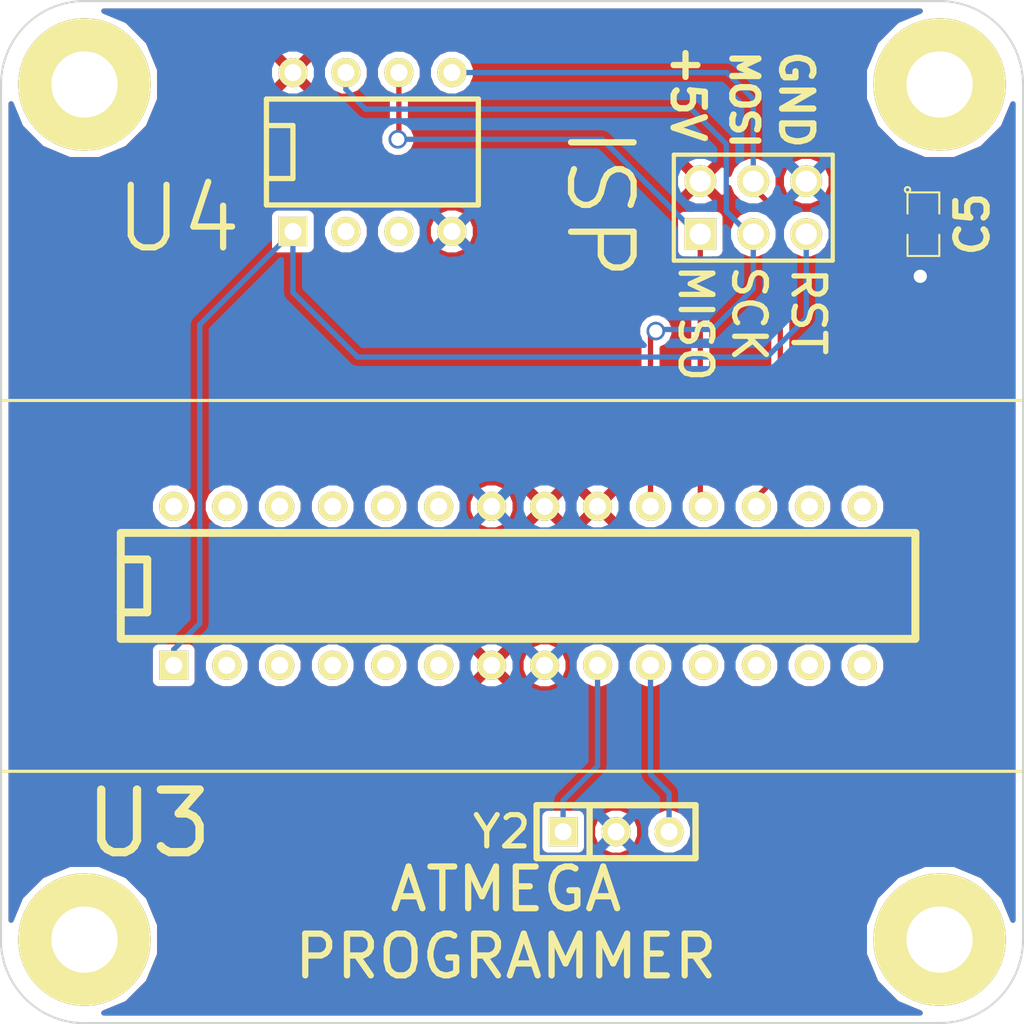
<source format=kicad_pcb>
(kicad_pcb (version 3) (host pcbnew "(2013-04-19 BZR 4011)-stable")

  (general
    (links 20)
    (no_connects 0)
    (area -1.7364 -4.079 50.9864 54.4184)
    (thickness 1.6)
    (drawings 16)
    (tracks 50)
    (zones 0)
    (modules 9)
    (nets 9)
  )

  (page A3)
  (layers
    (15 F.Cu signal hide)
    (0 B.Cu signal)
    (20 B.SilkS user)
    (21 F.SilkS user)
    (22 B.Mask user)
    (23 F.Mask user)
    (24 Dwgs.User user)
    (25 Cmts.User user)
    (28 Edge.Cuts user)
  )

  (setup
    (last_trace_width 0.254)
    (user_trace_width 0.635)
    (trace_clearance 0.254)
    (zone_clearance 0.3048)
    (zone_45_only no)
    (trace_min 0.254)
    (segment_width 0.2)
    (edge_width 0.1)
    (via_size 0.889)
    (via_drill 0.635)
    (via_min_size 0.889)
    (via_min_drill 0.508)
    (uvia_size 0.508)
    (uvia_drill 0.127)
    (uvias_allowed no)
    (uvia_min_size 0.508)
    (uvia_min_drill 0.127)
    (pcb_text_width 0.3)
    (pcb_text_size 1.5 1.5)
    (mod_edge_width 0.15)
    (mod_text_size 1 1)
    (mod_text_width 0.15)
    (pad_size 1.5 1.5)
    (pad_drill 0.6)
    (pad_to_mask_clearance 0)
    (aux_axis_origin 0 0)
    (visible_elements 7FFFFFBF)
    (pcbplotparams
      (layerselection 3178497)
      (usegerberextensions true)
      (excludeedgelayer true)
      (linewidth 152400)
      (plotframeref false)
      (viasonmask false)
      (mode 1)
      (useauxorigin false)
      (hpglpennumber 1)
      (hpglpenspeed 20)
      (hpglpendiameter 15)
      (hpglpenoverlay 2)
      (psnegative false)
      (psa4output false)
      (plotreference true)
      (plotvalue true)
      (plotothertext true)
      (plotinvisibletext false)
      (padsonsilk false)
      (subtractmaskfromsilk false)
      (outputformat 1)
      (mirror false)
      (drillshape 1)
      (scaleselection 1)
      (outputdirectory ""))
  )

  (net 0 "")
  (net 1 +5V)
  (net 2 "/ATMega328 Prog/MISO")
  (net 3 "/ATMega328 Prog/MOSI")
  (net 4 "/ATMega328 Prog/SCK")
  (net 5 "/ISP Connector/RST")
  (net 6 GND)
  (net 7 N-0000028)
  (net 8 N-0000029)

  (net_class Default "This is the default net class."
    (clearance 0.254)
    (trace_width 0.254)
    (via_dia 0.889)
    (via_drill 0.635)
    (uvia_dia 0.508)
    (uvia_drill 0.127)
    (add_net "")
    (add_net +5V)
    (add_net "/ATMega328 Prog/MISO")
    (add_net "/ATMega328 Prog/MOSI")
    (add_net "/ATMega328 Prog/SCK")
    (add_net "/ISP Connector/RST")
    (add_net GND)
    (add_net N-0000028)
    (add_net N-0000029)
  )

  (module SM0805 (layer F.Cu) (tedit 5240717B) (tstamp 5238B66A)
    (at 44.225 10.699 270)
    (path /523882F4/4FF581E0)
    (attr smd)
    (fp_text reference C5 (at 0 -2.35 270) (layer F.SilkS)
      (effects (font (size 1.5 1.5) (thickness 0.3)))
    )
    (fp_text value 0.1uF (at 0 0.381 270) (layer F.SilkS) hide
      (effects (font (size 0.50038 0.50038) (thickness 0.10922)))
    )
    (fp_circle (center -1.651 0.762) (end -1.651 0.635) (layer F.SilkS) (width 0.09906))
    (fp_line (start -0.508 0.762) (end -1.524 0.762) (layer F.SilkS) (width 0.09906))
    (fp_line (start -1.524 0.762) (end -1.524 -0.762) (layer F.SilkS) (width 0.09906))
    (fp_line (start -1.524 -0.762) (end -0.508 -0.762) (layer F.SilkS) (width 0.09906))
    (fp_line (start 0.508 -0.762) (end 1.524 -0.762) (layer F.SilkS) (width 0.09906))
    (fp_line (start 1.524 -0.762) (end 1.524 0.762) (layer F.SilkS) (width 0.09906))
    (fp_line (start 1.524 0.762) (end 0.508 0.762) (layer F.SilkS) (width 0.09906))
    (pad 1 smd rect (at -0.9525 0 270) (size 0.889 1.397)
      (layers F.Cu F.Mask)
      (net 1 +5V)
    )
    (pad 2 smd rect (at 0.9525 0 270) (size 0.889 1.397)
      (layers F.Cu F.Mask)
      (net 6 GND)
    )
    (model smd/chip_cms.wrl
      (at (xyz 0 0 0))
      (scale (xyz 0.1 0.1 0.1))
      (rotate (xyz 0 0 0))
    )
  )

  (module SIL-3 (layer F.Cu) (tedit 5240AD02) (tstamp 5238B6F8)
    (at 29.4894 39.8272)
    (descr "Connecteur 3 pins")
    (tags "CONN DEV")
    (path /523882F4/5238A57A)
    (fp_text reference Y2 (at -5.4864 0) (layer F.SilkS)
      (effects (font (size 1.5 1.5) (thickness 0.25)))
    )
    (fp_text value 16MHz (at 2.94132 -10.10412) (layer F.SilkS) hide
      (effects (font (size 1.524 1.016) (thickness 0.254)))
    )
    (fp_line (start -3.81 1.27) (end -3.81 -1.27) (layer F.SilkS) (width 0.3048))
    (fp_line (start -3.81 -1.27) (end 3.81 -1.27) (layer F.SilkS) (width 0.3048))
    (fp_line (start 3.81 -1.27) (end 3.81 1.27) (layer F.SilkS) (width 0.3048))
    (fp_line (start 3.81 1.27) (end -3.81 1.27) (layer F.SilkS) (width 0.3048))
    (fp_line (start -1.27 -1.27) (end -1.27 1.27) (layer F.SilkS) (width 0.3048))
    (pad 1 thru_hole rect (at -2.54 0) (size 1.397 1.397) (drill 0.8128)
      (layers *.Cu *.Mask F.SilkS)
      (net 7 N-0000028)
    )
    (pad 2 thru_hole circle (at 0 0) (size 1.397 1.397) (drill 0.8128)
      (layers *.Cu *.Mask F.SilkS)
      (net 6 GND)
    )
    (pad 3 thru_hole circle (at 2.54 0) (size 1.397 1.397) (drill 0.8128)
      (layers *.Cu *.Mask F.SilkS)
      (net 8 N-0000029)
    )
  )

  (module MTG-4-40   locked (layer F.Cu) (tedit 5238B500) (tstamp 5238B709)
    (at 45 45)
    (path /5238A584)
    (fp_text reference MTG4 (at 0.75 5.5) (layer F.SilkS) hide
      (effects (font (size 1 1) (thickness 0.15)))
    )
    (fp_text value CONN_1 (at 0.5 8.25) (layer F.SilkS) hide
      (effects (font (size 1.524 1.524) (thickness 0.3048)))
    )
    (pad 1 thru_hole circle (at 0 0) (size 6.35 6.35) (drill 3.175)
      (layers *.Cu *.Mask F.SilkS)
    )
  )

  (module MTG-4-40   locked (layer F.Cu) (tedit 5238B507) (tstamp 5238B70E)
    (at 4 4)
    (path /4FF58FB4)
    (fp_text reference MTG1 (at 0.25 -7.25) (layer F.SilkS) hide
      (effects (font (size 1 1) (thickness 0.15)))
    )
    (fp_text value CONN_1 (at 0 -5.08) (layer F.SilkS) hide
      (effects (font (size 1.524 1.524) (thickness 0.3048)))
    )
    (pad 1 thru_hole circle (at 0 0) (size 6.35 6.35) (drill 3.175)
      (layers *.Cu *.Mask F.SilkS)
    )
  )

  (module MTG-4-40   locked (layer F.Cu) (tedit 5238B504) (tstamp 5238B713)
    (at 45 4)
    (path /4FF58FB9)
    (fp_text reference MTG2 (at 0.75 -7.25) (layer F.SilkS) hide
      (effects (font (size 1 1) (thickness 0.15)))
    )
    (fp_text value CONN_1 (at 0 -5.08) (layer F.SilkS) hide
      (effects (font (size 1.524 1.524) (thickness 0.3048)))
    )
    (pad 1 thru_hole circle (at 0 0) (size 6.35 6.35) (drill 3.175)
      (layers *.Cu *.Mask F.SilkS)
    )
  )

  (module MTG-4-40   locked (layer F.Cu) (tedit 5238B4FC) (tstamp 5238B718)
    (at 4 45)
    (path /4FF58FBC)
    (fp_text reference MTG3 (at 0.5 7.75) (layer F.SilkS) hide
      (effects (font (size 1 1) (thickness 0.15)))
    )
    (fp_text value CONN_1 (at -0.25 5.5) (layer F.SilkS) hide
      (effects (font (size 1.524 1.524) (thickness 0.3048)))
    )
    (pad 1 thru_hole circle (at 0 0) (size 6.35 6.35) (drill 3.175)
      (layers *.Cu *.Mask F.SilkS)
    )
  )

  (module DIP-8__300 (layer F.Cu) (tedit 52407015) (tstamp 5238B72B)
    (at 17.8054 7.239)
    (descr "8 pins DIL package, round pads")
    (tags DIL)
    (path /52389368/5030EBB2)
    (fp_text reference U4 (at -9.3 3.2) (layer F.SilkS)
      (effects (font (size 3 3) (thickness 0.3)))
    )
    (fp_text value ATTINY85 (at 0 0) (layer F.SilkS) hide
      (effects (font (size 1.27 1.016) (thickness 0.2032)))
    )
    (fp_line (start -5.08 -1.27) (end -3.81 -1.27) (layer F.SilkS) (width 0.254))
    (fp_line (start -3.81 -1.27) (end -3.81 1.27) (layer F.SilkS) (width 0.254))
    (fp_line (start -3.81 1.27) (end -5.08 1.27) (layer F.SilkS) (width 0.254))
    (fp_line (start -5.08 -2.54) (end 5.08 -2.54) (layer F.SilkS) (width 0.254))
    (fp_line (start 5.08 -2.54) (end 5.08 2.54) (layer F.SilkS) (width 0.254))
    (fp_line (start 5.08 2.54) (end -5.08 2.54) (layer F.SilkS) (width 0.254))
    (fp_line (start -5.08 2.54) (end -5.08 -2.54) (layer F.SilkS) (width 0.254))
    (pad 1 thru_hole rect (at -3.81 3.81) (size 1.397 1.397) (drill 0.8128)
      (layers *.Cu *.Mask F.SilkS)
      (net 5 "/ISP Connector/RST")
    )
    (pad 2 thru_hole circle (at -1.27 3.81) (size 1.397 1.397) (drill 0.8128)
      (layers *.Cu *.Mask F.SilkS)
    )
    (pad 3 thru_hole circle (at 1.27 3.81) (size 1.397 1.397) (drill 0.8128)
      (layers *.Cu *.Mask F.SilkS)
    )
    (pad 4 thru_hole circle (at 3.81 3.81) (size 1.397 1.397) (drill 0.8128)
      (layers *.Cu *.Mask F.SilkS)
      (net 6 GND)
    )
    (pad 5 thru_hole circle (at 3.81 -3.81) (size 1.397 1.397) (drill 0.8128)
      (layers *.Cu *.Mask F.SilkS)
      (net 3 "/ATMega328 Prog/MOSI")
    )
    (pad 6 thru_hole circle (at 1.27 -3.81) (size 1.397 1.397) (drill 0.8128)
      (layers *.Cu *.Mask F.SilkS)
      (net 2 "/ATMega328 Prog/MISO")
    )
    (pad 7 thru_hole circle (at -1.27 -3.81) (size 1.397 1.397) (drill 0.8128)
      (layers *.Cu *.Mask F.SilkS)
      (net 4 "/ATMega328 Prog/SCK")
    )
    (pad 8 thru_hole circle (at -3.81 -3.81) (size 1.397 1.397) (drill 0.8128)
      (layers *.Cu *.Mask F.SilkS)
      (net 1 +5V)
    )
    (model dil/dil_8.wrl
      (at (xyz 0 0 0))
      (scale (xyz 1 1 1))
      (rotate (xyz 0 0 0))
    )
  )

  (module pin_array_3x2   locked (layer F.Cu) (tedit 5240714F) (tstamp 5239DC77)
    (at 36.068 9.906)
    (descr "Double rangee de contacts 2 x 4 pins")
    (tags CONN)
    (path /5239ECE7/5239EE83)
    (fp_text reference H1 (at -5.6 3.6) (layer F.SilkS) hide
      (effects (font (size 1.016 1.016) (thickness 0.2032)))
    )
    (fp_text value CONN_3X2 (at 12.446 0.127 90) (layer F.SilkS) hide
      (effects (font (size 1.016 1.016) (thickness 0.2032)))
    )
    (fp_line (start 3.81 2.54) (end -3.81 2.54) (layer F.SilkS) (width 0.2032))
    (fp_line (start -3.81 -2.54) (end 3.81 -2.54) (layer F.SilkS) (width 0.2032))
    (fp_line (start 3.81 -2.54) (end 3.81 2.54) (layer F.SilkS) (width 0.2032))
    (fp_line (start -3.81 2.54) (end -3.81 -2.54) (layer F.SilkS) (width 0.2032))
    (pad 1 thru_hole rect (at -2.54 1.27) (size 1.524 1.524) (drill 1.016)
      (layers *.Cu *.Mask F.SilkS)
      (net 2 "/ATMega328 Prog/MISO")
    )
    (pad 2 thru_hole circle (at -2.54 -1.27) (size 1.524 1.524) (drill 1.016)
      (layers *.Cu *.Mask F.SilkS)
      (net 1 +5V)
    )
    (pad 3 thru_hole circle (at 0 1.27) (size 1.524 1.524) (drill 1.016)
      (layers *.Cu *.Mask F.SilkS)
      (net 4 "/ATMega328 Prog/SCK")
    )
    (pad 4 thru_hole circle (at 0 -1.27) (size 1.524 1.524) (drill 1.016)
      (layers *.Cu *.Mask F.SilkS)
      (net 3 "/ATMega328 Prog/MOSI")
    )
    (pad 5 thru_hole circle (at 2.54 1.27) (size 1.524 1.524) (drill 1.016)
      (layers *.Cu *.Mask F.SilkS)
      (net 5 "/ISP Connector/RST")
    )
    (pad 6 thru_hole circle (at 2.54 -1.27) (size 1.524 1.524) (drill 1.016)
      (layers *.Cu *.Mask F.SilkS)
      (net 6 GND)
    )
    (model pin_array/pins_array_3x2.wrl
      (at (xyz 0 0 0))
      (scale (xyz 1 1 1))
      (rotate (xyz 0 0 0))
    )
  )

  (module TEXTOOL-28N (layer F.Cu) (tedit 52407004) (tstamp 5238B752)
    (at 24.7904 28.0416)
    (descr "28 pins DIL package, round pads, width 300mil")
    (tags DIL)
    (path /523882F4/4FF5745E)
    (fp_text reference U3 (at -17.7 11.4) (layer F.SilkS)
      (effects (font (size 3 3) (thickness 0.4)))
    )
    (fp_text value ATMEGA328-PU (at 10.16 0) (layer F.SilkS) hide
      (effects (font (size 1.524 1.143) (thickness 0.28575)))
    )
    (fp_line (start -25.146 -8.89) (end -25.146 8.89) (layer F.SilkS) (width 0.15))
    (fp_line (start -25.146 8.89) (end 25.146 8.89) (layer F.SilkS) (width 0.15))
    (fp_line (start 25.146 -8.89) (end -25.146 -8.89) (layer F.SilkS) (width 0.15))
    (fp_line (start 25.146 -8.89) (end 25.146 8.89) (layer F.SilkS) (width 0.15))
    (fp_line (start -19.05 -2.54) (end 19.05 -2.54) (layer F.SilkS) (width 0.381))
    (fp_line (start 19.05 -2.54) (end 19.05 2.54) (layer F.SilkS) (width 0.381))
    (fp_line (start 19.05 2.54) (end -19.05 2.54) (layer F.SilkS) (width 0.381))
    (fp_line (start -19.05 2.54) (end -19.05 -2.54) (layer F.SilkS) (width 0.381))
    (fp_line (start -19.05 -1.27) (end -17.78 -1.27) (layer F.SilkS) (width 0.381))
    (fp_line (start -17.78 -1.27) (end -17.78 1.27) (layer F.SilkS) (width 0.381))
    (fp_line (start -17.78 1.27) (end -19.05 1.27) (layer F.SilkS) (width 0.381))
    (pad 2 thru_hole circle (at -13.97 3.81) (size 1.397 1.397) (drill 0.8128)
      (layers *.Cu *.Mask F.SilkS)
    )
    (pad 3 thru_hole circle (at -11.43 3.81) (size 1.397 1.397) (drill 0.8128)
      (layers *.Cu *.Mask F.SilkS)
    )
    (pad 4 thru_hole circle (at -8.89 3.81) (size 1.397 1.397) (drill 0.8128)
      (layers *.Cu *.Mask F.SilkS)
    )
    (pad 5 thru_hole circle (at -6.35 3.81) (size 1.397 1.397) (drill 0.8128)
      (layers *.Cu *.Mask F.SilkS)
    )
    (pad 6 thru_hole circle (at -3.81 3.81) (size 1.397 1.397) (drill 0.8128)
      (layers *.Cu *.Mask F.SilkS)
    )
    (pad 7 thru_hole circle (at -1.27 3.81) (size 1.397 1.397) (drill 0.8128)
      (layers *.Cu *.Mask F.SilkS)
      (net 1 +5V)
    )
    (pad 8 thru_hole circle (at 1.27 3.81) (size 1.397 1.397) (drill 0.8128)
      (layers *.Cu *.Mask F.SilkS)
      (net 6 GND)
    )
    (pad 9 thru_hole circle (at 3.81 3.81) (size 1.397 1.397) (drill 0.8128)
      (layers *.Cu *.Mask F.SilkS)
      (net 7 N-0000028)
    )
    (pad 10 thru_hole circle (at 6.35 3.81) (size 1.397 1.397) (drill 0.8128)
      (layers *.Cu *.Mask F.SilkS)
      (net 8 N-0000029)
    )
    (pad 11 thru_hole circle (at 8.89 3.81) (size 1.397 1.397) (drill 0.8128)
      (layers *.Cu *.Mask F.SilkS)
    )
    (pad 12 thru_hole circle (at 11.43 3.81) (size 1.397 1.397) (drill 0.8128)
      (layers *.Cu *.Mask F.SilkS)
    )
    (pad 13 thru_hole circle (at 13.97 3.81) (size 1.397 1.397) (drill 0.8128)
      (layers *.Cu *.Mask F.SilkS)
    )
    (pad 14 thru_hole circle (at 16.51 3.81) (size 1.397 1.397) (drill 0.8128)
      (layers *.Cu *.Mask F.SilkS)
    )
    (pad 1 thru_hole rect (at -16.51 3.81) (size 1.397 1.397) (drill 0.8128)
      (layers *.Cu *.Mask F.SilkS)
      (net 5 "/ISP Connector/RST")
    )
    (pad 15 thru_hole circle (at 16.51 -3.81) (size 1.397 1.397) (drill 0.8128)
      (layers *.Cu *.Mask F.SilkS)
    )
    (pad 16 thru_hole circle (at 13.97 -3.81) (size 1.397 1.397) (drill 0.8128)
      (layers *.Cu *.Mask F.SilkS)
    )
    (pad 17 thru_hole circle (at 11.43 -3.81) (size 1.397 1.397) (drill 0.8128)
      (layers *.Cu *.Mask F.SilkS)
      (net 3 "/ATMega328 Prog/MOSI")
    )
    (pad 18 thru_hole circle (at 8.89 -3.81) (size 1.397 1.397) (drill 0.8128)
      (layers *.Cu *.Mask F.SilkS)
      (net 2 "/ATMega328 Prog/MISO")
    )
    (pad 19 thru_hole circle (at 6.35 -3.81) (size 1.397 1.397) (drill 0.8128)
      (layers *.Cu *.Mask F.SilkS)
      (net 4 "/ATMega328 Prog/SCK")
    )
    (pad 20 thru_hole circle (at 3.81 -3.81) (size 1.397 1.397) (drill 0.8128)
      (layers *.Cu *.Mask F.SilkS)
      (net 1 +5V)
    )
    (pad 21 thru_hole circle (at 1.27 -3.81) (size 1.397 1.397) (drill 0.8128)
      (layers *.Cu *.Mask F.SilkS)
      (net 1 +5V)
    )
    (pad 22 thru_hole circle (at -1.27 -3.81) (size 1.397 1.397) (drill 0.8128)
      (layers *.Cu *.Mask F.SilkS)
      (net 6 GND)
    )
    (pad 23 thru_hole circle (at -3.81 -3.81) (size 1.397 1.397) (drill 0.8128)
      (layers *.Cu *.Mask F.SilkS)
    )
    (pad 24 thru_hole circle (at -6.35 -3.81) (size 1.397 1.397) (drill 0.8128)
      (layers *.Cu *.Mask F.SilkS)
    )
    (pad 25 thru_hole circle (at -8.89 -3.81) (size 1.397 1.397) (drill 0.8128)
      (layers *.Cu *.Mask F.SilkS)
    )
    (pad 26 thru_hole circle (at -11.43 -3.81) (size 1.397 1.397) (drill 0.8128)
      (layers *.Cu *.Mask F.SilkS)
    )
    (pad 27 thru_hole circle (at -13.97 -3.81) (size 1.397 1.397) (drill 0.8128)
      (layers *.Cu *.Mask F.SilkS)
    )
    (pad 28 thru_hole circle (at -16.51 -3.81) (size 1.397 1.397) (drill 0.8128)
      (layers *.Cu *.Mask F.SilkS)
    )
    (model dil/dil_28-w300.wrl
      (at (xyz 0 0 0))
      (scale (xyz 1 1 1))
      (rotate (xyz 0 0 0))
    )
  )

  (gr_text GND (at 38.1256 4.7248 270) (layer F.SilkS)
    (effects (font (size 1.5 1.5) (thickness 0.3)))
  )
  (gr_text MOSI (at 35.6256 4.7248 270) (layer F.SilkS)
    (effects (font (size 1.25 1.25) (thickness 0.3)))
  )
  (gr_text +5V (at 32.9256 4.4248 270) (layer F.SilkS)
    (effects (font (size 1.5 1.5) (thickness 0.3)))
  )
  (gr_text RST (at 38.7096 14.8844 270) (layer F.SilkS)
    (effects (font (size 1.524 1.524) (thickness 0.254)))
  )
  (gr_text SCK (at 35.8648 14.986 270) (layer F.SilkS)
    (effects (font (size 1.524 1.524) (thickness 0.254)))
  )
  (gr_text MISO (at 33.2994 15.4432 270) (layer F.SilkS)
    (effects (font (size 1.524 1.524) (thickness 0.254)))
  )
  (gr_text "ATMEGA\nPROGRAMMER" (at 24.2062 44.196) (layer F.SilkS)
    (effects (font (size 2 2) (thickness 0.3)))
  )
  (gr_text ISP (at 28.702 9.7028 270) (layer F.SilkS)
    (effects (font (size 3 3) (thickness 0.3)))
  )
  (gr_line (start 0 45.25) (end 0 4) (angle 90) (layer Edge.Cuts) (width 0.1))
  (gr_line (start 45 49) (end 4.25 49) (angle 90) (layer Edge.Cuts) (width 0.1))
  (gr_line (start 49 4) (end 49 45) (angle 90) (layer Edge.Cuts) (width 0.1))
  (gr_line (start 4 0) (end 45 0) (angle 90) (layer Edge.Cuts) (width 0.1))
  (gr_arc (start 4 45) (end 4.25 49) (angle 90) (layer Edge.Cuts) (width 0.1))
  (gr_arc (start 45 45) (end 49 45) (angle 90) (layer Edge.Cuts) (width 0.1))
  (gr_arc (start 45 4) (end 45 0) (angle 90) (layer Edge.Cuts) (width 0.1))
  (gr_arc (start 4 4) (end 0 4) (angle 90) (layer Edge.Cuts) (width 0.1))

  (segment (start 33.528 11.176) (end 33.528 24.0792) (width 0.254) (layer F.Cu) (net 2) (status 20))
  (segment (start 33.528 24.0792) (end 33.6804 24.2316) (width 0.254) (layer F.Cu) (net 2) (tstamp 5240ACA8) (status 30))
  (segment (start 33.528 11.176) (end 33.3756 11.176) (width 0.254) (layer B.Cu) (net 2))
  (segment (start 19.0754 6.5786) (end 19.0754 3.429) (width 0.254) (layer F.Cu) (net 2) (tstamp 5240AC9E))
  (segment (start 19.0246 6.6294) (end 19.0754 6.5786) (width 0.254) (layer F.Cu) (net 2) (tstamp 5240AC9D))
  (via (at 19.0246 6.6294) (size 0.889) (layers F.Cu B.Cu) (net 2))
  (segment (start 28.829 6.6294) (end 19.0246 6.6294) (width 0.254) (layer B.Cu) (net 2) (tstamp 5240AC99))
  (segment (start 33.3756 11.176) (end 28.829 6.6294) (width 0.254) (layer B.Cu) (net 2) (tstamp 5240AC98))
  (segment (start 36.2204 24.2316) (end 36.2204 23.7998) (width 0.254) (layer F.Cu) (net 3))
  (segment (start 37.3634 22.6568) (end 37.3634 18.0594) (width 0.254) (layer F.Cu) (net 3) (tstamp 5240AD85))
  (segment (start 36.2204 23.7998) (end 37.3634 22.6568) (width 0.254) (layer F.Cu) (net 3) (tstamp 5240AD83))
  (segment (start 36.068 8.636) (end 36.068 8.9408) (width 0.254) (layer F.Cu) (net 3))
  (segment (start 36.068 8.9408) (end 37.3634 10.2362) (width 0.254) (layer F.Cu) (net 3) (tstamp 5240ACA1))
  (segment (start 37.3634 10.2362) (end 37.3634 18.0594) (width 0.254) (layer F.Cu) (net 3) (tstamp 5240ACA3))
  (segment (start 36.068 8.636) (end 36.068 4.699) (width 0.254) (layer B.Cu) (net 3))
  (segment (start 34.798 3.429) (end 21.6154 3.429) (width 0.254) (layer B.Cu) (net 3) (tstamp 5240AC8B))
  (segment (start 36.068 4.699) (end 34.798 3.429) (width 0.254) (layer B.Cu) (net 3) (tstamp 5240AC89))
  (segment (start 16.5354 3.429) (end 16.5354 4.2418) (width 0.254) (layer B.Cu) (net 4))
  (segment (start 33.0962 5.1816) (end 34.7726 6.858) (width 0.254) (layer B.Cu) (net 4) (tstamp 5240ADAD))
  (segment (start 17.4752 5.1816) (end 33.0962 5.1816) (width 0.254) (layer B.Cu) (net 4) (tstamp 5240ADAB))
  (segment (start 16.5354 4.2418) (end 17.4752 5.1816) (width 0.254) (layer B.Cu) (net 4) (tstamp 5240ADAA))
  (segment (start 31.1404 24.2316) (end 31.1404 16.0782) (width 0.254) (layer F.Cu) (net 4) (status 10))
  (segment (start 36.068 13.7922) (end 36.068 11.176) (width 0.254) (layer B.Cu) (net 4) (tstamp 5240ACB1))
  (segment (start 34.1122 15.748) (end 36.068 13.7922) (width 0.254) (layer B.Cu) (net 4) (tstamp 5240ACAF))
  (segment (start 31.4706 15.748) (end 34.1122 15.748) (width 0.254) (layer B.Cu) (net 4) (tstamp 5240ACAE))
  (segment (start 31.3944 15.8242) (end 31.4706 15.748) (width 0.254) (layer B.Cu) (net 4) (tstamp 5240ACAD))
  (via (at 31.3944 15.8242) (size 0.889) (layers F.Cu B.Cu) (net 4))
  (segment (start 31.1404 16.0782) (end 31.3944 15.8242) (width 0.254) (layer F.Cu) (net 4) (tstamp 5240ACAA))
  (segment (start 36.068 11.176) (end 35.8648 11.176) (width 0.254) (layer B.Cu) (net 4))
  (segment (start 34.7726 10.0838) (end 34.7726 6.858) (width 0.254) (layer B.Cu) (net 4) (tstamp 5240AC8F))
  (segment (start 35.8648 11.176) (end 34.7726 10.0838) (width 0.254) (layer B.Cu) (net 4) (tstamp 5240AC8E))
  (segment (start 8.2804 31.8516) (end 8.2804 31.0896) (width 0.254) (layer B.Cu) (net 5))
  (segment (start 9.525 29.845) (end 9.525 22.4028) (width 0.254) (layer B.Cu) (net 5) (tstamp 5240AD41))
  (segment (start 8.2804 31.0896) (end 9.525 29.845) (width 0.254) (layer B.Cu) (net 5) (tstamp 5240AD40))
  (segment (start 9.525 15.5194) (end 13.9954 11.049) (width 0.254) (layer B.Cu) (net 5) (tstamp 5240ACC3))
  (segment (start 9.525 22.4028) (end 9.525 15.5194) (width 0.254) (layer B.Cu) (net 5) (tstamp 5240ACC1))
  (segment (start 38.608 11.176) (end 38.608 15.1892) (width 0.254) (layer B.Cu) (net 5))
  (segment (start 13.9954 13.97) (end 13.9954 11.049) (width 0.254) (layer B.Cu) (net 5) (tstamp 5240ACBD))
  (segment (start 17.0942 17.0688) (end 13.9954 13.97) (width 0.254) (layer B.Cu) (net 5) (tstamp 5240ACBB))
  (segment (start 36.7284 17.0688) (end 17.0942 17.0688) (width 0.254) (layer B.Cu) (net 5) (tstamp 5240ACB9))
  (segment (start 38.608 15.1892) (end 36.7284 17.0688) (width 0.254) (layer B.Cu) (net 5) (tstamp 5240ACB6))
  (segment (start 44.225 11.6515) (end 44.225 13.049) (width 0.635) (layer F.Cu) (net 6) (status 10))
  (via (at 44.075 13.199) (size 0.889) (layers F.Cu B.Cu) (net 6))
  (segment (start 44.225 13.049) (end 44.075 13.199) (width 0.635) (layer F.Cu) (net 6) (tstamp 524070CB))
  (segment (start 26.9494 39.8272) (end 26.9494 38.3286) (width 0.254) (layer B.Cu) (net 7) (status 400000))
  (segment (start 28.6004 36.6776) (end 28.6004 31.8516) (width 0.254) (layer B.Cu) (net 7) (tstamp 5240ADE9) (status 800000))
  (segment (start 26.9494 38.3286) (end 28.6004 36.6776) (width 0.254) (layer B.Cu) (net 7) (tstamp 5240ADE7))
  (segment (start 32.0294 39.8272) (end 32.0294 37.973) (width 0.254) (layer B.Cu) (net 8) (status 400000))
  (segment (start 31.1404 37.084) (end 31.1404 31.8516) (width 0.254) (layer B.Cu) (net 8) (tstamp 5240ADEE) (status 800000))
  (segment (start 32.0294 37.973) (end 31.1404 37.084) (width 0.254) (layer B.Cu) (net 8) (tstamp 5240ADEC))

  (zone (net 1) (net_name +5V) (layer F.Cu) (tstamp 5238B7E2) (hatch edge 0.508)
    (connect_pads (clearance 0.3048))
    (min_thickness 0.254)
    (fill (arc_segments 16) (thermal_gap 0.508) (thermal_bridge_width 0.508))
    (polygon
      (pts
        (xy 4 0) (xy 45 0) (xy 49 4.25) (xy 49 45) (xy 45 49)
        (xy 4 49) (xy 0 44.75) (xy 0 3.75)
      )
    )
    (filled_polygon
      (pts
        (xy 48.5182 44.069772) (xy 48.059479 42.959581) (xy 47.045755 41.944087) (xy 45.720584 41.393828) (xy 45.55861 41.393686)
        (xy 45.55861 10.316755) (xy 45.55861 9.176245) (xy 45.462141 8.942771) (xy 45.283668 8.763987) (xy 45.050364 8.667111)
        (xy 44.797745 8.66689) (xy 44.51075 8.667) (xy 44.352 8.82575) (xy 44.352 9.6195) (xy 45.39975 9.6195)
        (xy 45.5585 9.46075) (xy 45.55861 9.176245) (xy 45.55861 10.316755) (xy 45.5585 10.03225) (xy 45.39975 9.8735)
        (xy 44.352 9.8735) (xy 44.352 9.8935) (xy 44.098 9.8935) (xy 44.098 9.8735) (xy 44.098 9.6195)
        (xy 44.098 8.82575) (xy 43.93925 8.667) (xy 43.652255 8.66689) (xy 43.399636 8.667111) (xy 43.166332 8.763987)
        (xy 42.987859 8.942771) (xy 42.89139 9.176245) (xy 42.8915 9.46075) (xy 43.05025 9.6195) (xy 44.098 9.6195)
        (xy 44.098 9.8735) (xy 43.05025 9.8735) (xy 42.8915 10.03225) (xy 42.89139 10.316755) (xy 42.987859 10.550229)
        (xy 43.166332 10.729013) (xy 43.358984 10.809008) (xy 43.282225 10.840725) (xy 43.160652 10.962086) (xy 43.094776 11.120733)
        (xy 43.094626 11.292513) (xy 43.094626 12.181513) (xy 43.160225 12.340275) (xy 43.281586 12.461848) (xy 43.440233 12.527724)
        (xy 43.4757 12.527754) (xy 43.4757 12.559059) (xy 43.332542 12.701968) (xy 43.198852 13.023928) (xy 43.198548 13.372542)
        (xy 43.331676 13.694736) (xy 43.577968 13.941458) (xy 43.899928 14.075148) (xy 44.248542 14.075452) (xy 44.570736 13.942324)
        (xy 44.817458 13.696032) (xy 44.951148 13.374072) (xy 44.95133 13.164474) (xy 44.9743 13.049) (xy 44.9743 12.527874)
        (xy 45.009013 12.527874) (xy 45.167775 12.462275) (xy 45.289348 12.340914) (xy 45.355224 12.182267) (xy 45.355374 12.010487)
        (xy 45.355374 11.121487) (xy 45.289775 10.962725) (xy 45.168414 10.841152) (xy 45.09101 10.809011) (xy 45.283668 10.729013)
        (xy 45.462141 10.550229) (xy 45.55861 10.316755) (xy 45.55861 41.393686) (xy 44.285711 41.392576) (xy 42.959581 41.940521)
        (xy 42.430895 42.468285) (xy 42.430895 31.627756) (xy 42.430895 24.007756) (xy 42.25918 23.592173) (xy 41.941499 23.273938)
        (xy 41.526217 23.101498) (xy 41.076556 23.101105) (xy 40.660973 23.27282) (xy 40.342738 23.590501) (xy 40.170298 24.005783)
        (xy 40.169905 24.455444) (xy 40.34162 24.871027) (xy 40.659301 25.189262) (xy 41.074583 25.361702) (xy 41.524244 25.362095)
        (xy 41.939827 25.19038) (xy 42.258062 24.872699) (xy 42.430502 24.457417) (xy 42.430895 24.007756) (xy 42.430895 31.627756)
        (xy 42.25918 31.212173) (xy 41.941499 30.893938) (xy 41.526217 30.721498) (xy 41.076556 30.721105) (xy 40.660973 30.89282)
        (xy 40.342738 31.210501) (xy 40.170298 31.625783) (xy 40.169905 32.075444) (xy 40.34162 32.491027) (xy 40.659301 32.809262)
        (xy 41.074583 32.981702) (xy 41.524244 32.982095) (xy 41.939827 32.81038) (xy 42.258062 32.492699) (xy 42.430502 32.077417)
        (xy 42.430895 31.627756) (xy 42.430895 42.468285) (xy 41.944087 42.954245) (xy 41.393828 44.279416) (xy 41.392576 45.714289)
        (xy 41.940521 47.040419) (xy 42.954245 48.055913) (xy 44.067555 48.5182) (xy 39.890895 48.5182) (xy 39.890895 31.627756)
        (xy 39.890895 24.007756) (xy 39.802006 23.792627) (xy 39.802006 10.93958) (xy 39.802006 8.39958) (xy 39.620644 7.960651)
        (xy 39.285116 7.624537) (xy 38.846503 7.442409) (xy 38.37158 7.441994) (xy 37.932651 7.623356) (xy 37.596537 7.958884)
        (xy 37.414409 8.397497) (xy 37.413994 8.87242) (xy 37.595356 9.311349) (xy 37.930884 9.647463) (xy 38.369497 9.829591)
        (xy 38.84442 9.830006) (xy 39.283349 9.648644) (xy 39.619463 9.313116) (xy 39.801591 8.874503) (xy 39.802006 8.39958)
        (xy 39.802006 10.93958) (xy 39.620644 10.500651) (xy 39.285116 10.164537) (xy 38.846503 9.982409) (xy 38.37158 9.981994)
        (xy 37.932651 10.163356) (xy 37.911842 10.184128) (xy 37.879664 10.022357) (xy 37.879664 10.022356) (xy 37.758531 9.841069)
        (xy 37.1238 9.206338) (xy 37.261591 8.874503) (xy 37.262006 8.39958) (xy 37.080644 7.960651) (xy 36.745116 7.624537)
        (xy 36.306503 7.442409) (xy 35.83158 7.441994) (xy 35.392651 7.623356) (xy 35.056537 7.958884) (xy 34.910463 8.310669)
        (xy 34.90936 8.288631) (xy 34.750396 7.904858) (xy 34.508212 7.835393) (xy 34.328607 8.014998) (xy 34.328607 7.655788)
        (xy 34.259142 7.413604) (xy 33.735696 7.226857) (xy 33.180631 7.25464) (xy 32.796858 7.413604) (xy 32.727393 7.655788)
        (xy 33.528 8.456395) (xy 34.328607 7.655788) (xy 34.328607 8.014998) (xy 33.707605 8.636) (xy 34.508212 9.436607)
        (xy 34.750396 9.367142) (xy 34.902383 8.941126) (xy 35.055356 9.311349) (xy 35.390884 9.647463) (xy 35.829497 9.829591)
        (xy 36.166823 9.829885) (xy 36.328467 9.991529) (xy 36.306503 9.982409) (xy 35.83158 9.981994) (xy 35.392651 10.163356)
        (xy 35.056537 10.498884) (xy 34.874409 10.937497) (xy 34.873994 11.41242) (xy 35.055356 11.851349) (xy 35.390884 12.187463)
        (xy 35.829497 12.369591) (xy 36.30442 12.370006) (xy 36.743349 12.188644) (xy 36.8046 12.127499) (xy 36.8046 18.0594)
        (xy 36.8046 22.425338) (xy 36.128717 23.10122) (xy 35.996556 23.101105) (xy 35.580973 23.27282) (xy 35.262738 23.590501)
        (xy 35.090298 24.005783) (xy 35.089905 24.455444) (xy 35.26162 24.871027) (xy 35.579301 25.189262) (xy 35.994583 25.361702)
        (xy 36.444244 25.362095) (xy 36.859827 25.19038) (xy 37.178062 24.872699) (xy 37.350502 24.457417) (xy 37.350895 24.007756)
        (xy 37.190614 23.619847) (xy 37.758531 23.051931) (xy 37.879664 22.870644) (xy 37.879664 22.870643) (xy 37.9222 22.6568)
        (xy 37.9222 18.0594) (xy 37.9222 12.178763) (xy 37.930884 12.187463) (xy 38.369497 12.369591) (xy 38.84442 12.370006)
        (xy 39.283349 12.188644) (xy 39.619463 11.853116) (xy 39.801591 11.414503) (xy 39.802006 10.93958) (xy 39.802006 23.792627)
        (xy 39.71918 23.592173) (xy 39.401499 23.273938) (xy 38.986217 23.101498) (xy 38.536556 23.101105) (xy 38.120973 23.27282)
        (xy 37.802738 23.590501) (xy 37.630298 24.005783) (xy 37.629905 24.455444) (xy 37.80162 24.871027) (xy 38.119301 25.189262)
        (xy 38.534583 25.361702) (xy 38.984244 25.362095) (xy 39.399827 25.19038) (xy 39.718062 24.872699) (xy 39.890502 24.457417)
        (xy 39.890895 24.007756) (xy 39.890895 31.627756) (xy 39.71918 31.212173) (xy 39.401499 30.893938) (xy 38.986217 30.721498)
        (xy 38.536556 30.721105) (xy 38.120973 30.89282) (xy 37.802738 31.210501) (xy 37.630298 31.625783) (xy 37.629905 32.075444)
        (xy 37.80162 32.491027) (xy 38.119301 32.809262) (xy 38.534583 32.981702) (xy 38.984244 32.982095) (xy 39.399827 32.81038)
        (xy 39.718062 32.492699) (xy 39.890502 32.077417) (xy 39.890895 31.627756) (xy 39.890895 48.5182) (xy 37.350895 48.5182)
        (xy 37.350895 31.627756) (xy 37.17918 31.212173) (xy 36.861499 30.893938) (xy 36.446217 30.721498) (xy 35.996556 30.721105)
        (xy 35.580973 30.89282) (xy 35.262738 31.210501) (xy 35.090298 31.625783) (xy 35.089905 32.075444) (xy 35.26162 32.491027)
        (xy 35.579301 32.809262) (xy 35.994583 32.981702) (xy 36.444244 32.982095) (xy 36.859827 32.81038) (xy 37.178062 32.492699)
        (xy 37.350502 32.077417) (xy 37.350895 31.627756) (xy 37.350895 48.5182) (xy 34.810895 48.5182) (xy 34.810895 31.627756)
        (xy 34.810895 24.007756) (xy 34.63918 23.592173) (xy 34.321499 23.273938) (xy 34.0868 23.176482) (xy 34.0868 12.369874)
        (xy 34.375513 12.369874) (xy 34.534275 12.304275) (xy 34.655848 12.182914) (xy 34.721724 12.024267) (xy 34.721874 11.852487)
        (xy 34.721874 10.328487) (xy 34.656275 10.169725) (xy 34.534914 10.048152) (xy 34.376267 9.982276) (xy 34.204487 9.982126)
        (xy 33.960431 9.982126) (xy 34.259142 9.858396) (xy 34.328607 9.616212) (xy 33.528 8.815605) (xy 33.348395 8.99521)
        (xy 33.348395 8.636) (xy 32.547788 7.835393) (xy 32.305604 7.904858) (xy 32.118857 8.428304) (xy 32.14664 8.983369)
        (xy 32.305604 9.367142) (xy 32.547788 9.436607) (xy 33.348395 8.636) (xy 33.348395 8.99521) (xy 32.727393 9.616212)
        (xy 32.796858 9.858396) (xy 33.143669 9.982126) (xy 32.680487 9.982126) (xy 32.521725 10.047725) (xy 32.400152 10.169086)
        (xy 32.334276 10.327733) (xy 32.334126 10.499513) (xy 32.334126 12.023513) (xy 32.399725 12.182275) (xy 32.521086 12.303848)
        (xy 32.679733 12.369724) (xy 32.851513 12.369874) (xy 32.9692 12.369874) (xy 32.9692 23.344468) (xy 32.722738 23.590501)
        (xy 32.550298 24.005783) (xy 32.549905 24.455444) (xy 32.72162 24.871027) (xy 33.039301 25.189262) (xy 33.454583 25.361702)
        (xy 33.904244 25.362095) (xy 34.319827 25.19038) (xy 34.638062 24.872699) (xy 34.810502 24.457417) (xy 34.810895 24.007756)
        (xy 34.810895 31.627756) (xy 34.63918 31.212173) (xy 34.321499 30.893938) (xy 33.906217 30.721498) (xy 33.456556 30.721105)
        (xy 33.040973 30.89282) (xy 32.722738 31.210501) (xy 32.550298 31.625783) (xy 32.549905 32.075444) (xy 32.72162 32.491027)
        (xy 33.039301 32.809262) (xy 33.454583 32.981702) (xy 33.904244 32.982095) (xy 34.319827 32.81038) (xy 34.638062 32.492699)
        (xy 34.810502 32.077417) (xy 34.810895 31.627756) (xy 34.810895 48.5182) (xy 33.159895 48.5182) (xy 33.159895 39.603356)
        (xy 32.98818 39.187773) (xy 32.670499 38.869538) (xy 32.270895 38.703608) (xy 32.270895 31.627756) (xy 32.270895 24.007756)
        (xy 32.09918 23.592173) (xy 31.781499 23.273938) (xy 31.6992 23.239764) (xy 31.6992 16.646417) (xy 31.890136 16.567524)
        (xy 32.136858 16.321232) (xy 32.270548 15.999272) (xy 32.270852 15.650658) (xy 32.137724 15.328464) (xy 31.891432 15.081742)
        (xy 31.569472 14.948052) (xy 31.220858 14.947748) (xy 30.898664 15.080876) (xy 30.651942 15.327168) (xy 30.518252 15.649128)
        (xy 30.517948 15.997742) (xy 30.5816 16.151791) (xy 30.5816 23.239505) (xy 30.500973 23.27282) (xy 30.182738 23.590501)
        (xy 30.010298 24.005783) (xy 30.009905 24.455444) (xy 30.18162 24.871027) (xy 30.499301 25.189262) (xy 30.914583 25.361702)
        (xy 31.364244 25.362095) (xy 31.779827 25.19038) (xy 32.098062 24.872699) (xy 32.270502 24.457417) (xy 32.270895 24.007756)
        (xy 32.270895 31.627756) (xy 32.09918 31.212173) (xy 31.781499 30.893938) (xy 31.366217 30.721498) (xy 30.916556 30.721105)
        (xy 30.500973 30.89282) (xy 30.182738 31.210501) (xy 30.010298 31.625783) (xy 30.009905 32.075444) (xy 30.18162 32.491027)
        (xy 30.499301 32.809262) (xy 30.914583 32.981702) (xy 31.364244 32.982095) (xy 31.779827 32.81038) (xy 32.098062 32.492699)
        (xy 32.270502 32.077417) (xy 32.270895 31.627756) (xy 32.270895 38.703608) (xy 32.255217 38.697098) (xy 31.805556 38.696705)
        (xy 31.389973 38.86842) (xy 31.071738 39.186101) (xy 30.899298 39.601383) (xy 30.898905 40.051044) (xy 31.07062 40.466627)
        (xy 31.388301 40.784862) (xy 31.803583 40.957302) (xy 32.253244 40.957695) (xy 32.668827 40.78598) (xy 32.987062 40.468299)
        (xy 33.159502 40.053017) (xy 33.159895 39.603356) (xy 33.159895 48.5182) (xy 30.619895 48.5182) (xy 30.619895 39.603356)
        (xy 30.44818 39.187773) (xy 30.130499 38.869538) (xy 29.946324 38.793061) (xy 29.946324 24.42412) (xy 29.917546 23.894402)
        (xy 29.770198 23.538672) (xy 29.534586 23.477019) (xy 29.354981 23.656624) (xy 29.354981 23.297414) (xy 29.293328 23.061802)
        (xy 28.79292 22.885676) (xy 28.263202 22.914454) (xy 27.907472 23.061802) (xy 27.845819 23.297414) (xy 28.6004 24.051995)
        (xy 29.354981 23.297414) (xy 29.354981 23.656624) (xy 28.780005 24.2316) (xy 29.534586 24.986181) (xy 29.770198 24.924528)
        (xy 29.946324 24.42412) (xy 29.946324 38.793061) (xy 29.730895 38.703608) (xy 29.730895 31.627756) (xy 29.55918 31.212173)
        (xy 29.354981 31.007617) (xy 29.354981 25.165786) (xy 28.6004 24.411205) (xy 28.420795 24.59081) (xy 28.420795 24.2316)
        (xy 27.666214 23.477019) (xy 27.430602 23.538672) (xy 27.33854 23.800235) (xy 27.230198 23.538672) (xy 26.994586 23.477019)
        (xy 26.814981 23.656624) (xy 26.814981 23.297414) (xy 26.753328 23.061802) (xy 26.25292 22.885676) (xy 25.723202 22.914454)
        (xy 25.367472 23.061802) (xy 25.305819 23.297414) (xy 26.0604 24.051995) (xy 26.814981 23.297414) (xy 26.814981 23.656624)
        (xy 26.240005 24.2316) (xy 26.994586 24.986181) (xy 27.230198 24.924528) (xy 27.322259 24.662964) (xy 27.430602 24.924528)
        (xy 27.666214 24.986181) (xy 28.420795 24.2316) (xy 28.420795 24.59081) (xy 27.845819 25.165786) (xy 27.907472 25.401398)
        (xy 28.40788 25.577524) (xy 28.937598 25.548746) (xy 29.293328 25.401398) (xy 29.354981 25.165786) (xy 29.354981 31.007617)
        (xy 29.241499 30.893938) (xy 28.826217 30.721498) (xy 28.376556 30.721105) (xy 27.960973 30.89282) (xy 27.642738 31.210501)
        (xy 27.470298 31.625783) (xy 27.469905 32.075444) (xy 27.64162 32.491027) (xy 27.959301 32.809262) (xy 28.374583 32.981702)
        (xy 28.824244 32.982095) (xy 29.239827 32.81038) (xy 29.558062 32.492699) (xy 29.730502 32.077417) (xy 29.730895 31.627756)
        (xy 29.730895 38.703608) (xy 29.715217 38.697098) (xy 29.265556 38.696705) (xy 28.849973 38.86842) (xy 28.531738 39.186101)
        (xy 28.359298 39.601383) (xy 28.358905 40.051044) (xy 28.53062 40.466627) (xy 28.848301 40.784862) (xy 29.263583 40.957302)
        (xy 29.713244 40.957695) (xy 30.128827 40.78598) (xy 30.447062 40.468299) (xy 30.619502 40.053017) (xy 30.619895 39.603356)
        (xy 30.619895 48.5182) (xy 28.079774 48.5182) (xy 28.079774 40.440187) (xy 28.079774 39.043187) (xy 28.014175 38.884425)
        (xy 27.892814 38.762852) (xy 27.734167 38.696976) (xy 27.562387 38.696826) (xy 27.190895 38.696826) (xy 27.190895 31.627756)
        (xy 27.01918 31.212173) (xy 26.814981 31.007617) (xy 26.814981 25.165786) (xy 26.0604 24.411205) (xy 25.880795 24.59081)
        (xy 25.880795 24.2316) (xy 25.126214 23.477019) (xy 24.890602 23.538672) (xy 24.714476 24.03908) (xy 24.743254 24.568798)
        (xy 24.890602 24.924528) (xy 25.126214 24.986181) (xy 25.880795 24.2316) (xy 25.880795 24.59081) (xy 25.305819 25.165786)
        (xy 25.367472 25.401398) (xy 25.86788 25.577524) (xy 26.397598 25.548746) (xy 26.753328 25.401398) (xy 26.814981 25.165786)
        (xy 26.814981 31.007617) (xy 26.701499 30.893938) (xy 26.286217 30.721498) (xy 25.836556 30.721105) (xy 25.420973 30.89282)
        (xy 25.102738 31.210501) (xy 24.930298 31.625783) (xy 24.929905 32.075444) (xy 25.10162 32.491027) (xy 25.419301 32.809262)
        (xy 25.834583 32.981702) (xy 26.284244 32.982095) (xy 26.699827 32.81038) (xy 27.018062 32.492699) (xy 27.190502 32.077417)
        (xy 27.190895 31.627756) (xy 27.190895 38.696826) (xy 26.165387 38.696826) (xy 26.006625 38.762425) (xy 25.885052 38.883786)
        (xy 25.819176 39.042433) (xy 25.819026 39.214213) (xy 25.819026 40.611213) (xy 25.884625 40.769975) (xy 26.005986 40.891548)
        (xy 26.164633 40.957424) (xy 26.336413 40.957574) (xy 27.733413 40.957574) (xy 27.892175 40.891975) (xy 28.013748 40.770614)
        (xy 28.079624 40.611967) (xy 28.079774 40.440187) (xy 28.079774 48.5182) (xy 24.866324 48.5182) (xy 24.866324 32.04412)
        (xy 24.837546 31.514402) (xy 24.690198 31.158672) (xy 24.650895 31.148387) (xy 24.650895 24.007756) (xy 24.47918 23.592173)
        (xy 24.161499 23.273938) (xy 23.746217 23.101498) (xy 23.296556 23.101105) (xy 22.880973 23.27282) (xy 22.745895 23.407662)
        (xy 22.745895 10.825156) (xy 22.745895 3.205156) (xy 22.57418 2.789573) (xy 22.256499 2.471338) (xy 21.841217 2.298898)
        (xy 21.391556 2.298505) (xy 20.975973 2.47022) (xy 20.657738 2.787901) (xy 20.485298 3.203183) (xy 20.484905 3.652844)
        (xy 20.65662 4.068427) (xy 20.974301 4.386662) (xy 21.389583 4.559102) (xy 21.839244 4.559495) (xy 22.254827 4.38778)
        (xy 22.573062 4.070099) (xy 22.745502 3.654817) (xy 22.745895 3.205156) (xy 22.745895 10.825156) (xy 22.57418 10.409573)
        (xy 22.256499 10.091338) (xy 21.841217 9.918898) (xy 21.391556 9.918505) (xy 20.975973 10.09022) (xy 20.657738 10.407901)
        (xy 20.485298 10.823183) (xy 20.484905 11.272844) (xy 20.65662 11.688427) (xy 20.974301 12.006662) (xy 21.389583 12.179102)
        (xy 21.839244 12.179495) (xy 22.254827 12.00778) (xy 22.573062 11.690099) (xy 22.745502 11.274817) (xy 22.745895 10.825156)
        (xy 22.745895 23.407662) (xy 22.562738 23.590501) (xy 22.390298 24.005783) (xy 22.389905 24.455444) (xy 22.56162 24.871027)
        (xy 22.879301 25.189262) (xy 23.294583 25.361702) (xy 23.744244 25.362095) (xy 24.159827 25.19038) (xy 24.478062 24.872699)
        (xy 24.650502 24.457417) (xy 24.650895 24.007756) (xy 24.650895 31.148387) (xy 24.454586 31.097019) (xy 24.274981 31.276624)
        (xy 24.274981 30.917414) (xy 24.213328 30.681802) (xy 23.71292 30.505676) (xy 23.183202 30.534454) (xy 22.827472 30.681802)
        (xy 22.765819 30.917414) (xy 23.5204 31.671995) (xy 24.274981 30.917414) (xy 24.274981 31.276624) (xy 23.700005 31.8516)
        (xy 24.454586 32.606181) (xy 24.690198 32.544528) (xy 24.866324 32.04412) (xy 24.866324 48.5182) (xy 24.274981 48.5182)
        (xy 24.274981 32.785786) (xy 23.5204 32.031205) (xy 23.340795 32.21081) (xy 23.340795 31.8516) (xy 22.586214 31.097019)
        (xy 22.350602 31.158672) (xy 22.174476 31.65908) (xy 22.203254 32.188798) (xy 22.350602 32.544528) (xy 22.586214 32.606181)
        (xy 23.340795 31.8516) (xy 23.340795 32.21081) (xy 22.765819 32.785786) (xy 22.827472 33.021398) (xy 23.32788 33.197524)
        (xy 23.857598 33.168746) (xy 24.213328 33.021398) (xy 24.274981 32.785786) (xy 24.274981 48.5182) (xy 22.110895 48.5182)
        (xy 22.110895 31.627756) (xy 22.110895 24.007756) (xy 21.93918 23.592173) (xy 21.621499 23.273938) (xy 21.206217 23.101498)
        (xy 20.756556 23.101105) (xy 20.340973 23.27282) (xy 20.205895 23.407662) (xy 20.205895 10.825156) (xy 20.205895 3.205156)
        (xy 20.03418 2.789573) (xy 19.716499 2.471338) (xy 19.301217 2.298898) (xy 18.851556 2.298505) (xy 18.435973 2.47022)
        (xy 18.117738 2.787901) (xy 17.945298 3.203183) (xy 17.944905 3.652844) (xy 18.11662 4.068427) (xy 18.434301 4.386662)
        (xy 18.5166 4.420835) (xy 18.5166 5.898318) (xy 18.282142 6.132368) (xy 18.148452 6.454328) (xy 18.148148 6.802942)
        (xy 18.281276 7.125136) (xy 18.527568 7.371858) (xy 18.849528 7.505548) (xy 19.198142 7.505852) (xy 19.520336 7.372724)
        (xy 19.767058 7.126432) (xy 19.900748 6.804472) (xy 19.901052 6.455858) (xy 19.767924 6.133664) (xy 19.6342 5.999706)
        (xy 19.6342 4.421094) (xy 19.714827 4.38778) (xy 20.033062 4.070099) (xy 20.205502 3.654817) (xy 20.205895 3.205156)
        (xy 20.205895 10.825156) (xy 20.03418 10.409573) (xy 19.716499 10.091338) (xy 19.301217 9.918898) (xy 18.851556 9.918505)
        (xy 18.435973 10.09022) (xy 18.117738 10.407901) (xy 17.945298 10.823183) (xy 17.944905 11.272844) (xy 18.11662 11.688427)
        (xy 18.434301 12.006662) (xy 18.849583 12.179102) (xy 19.299244 12.179495) (xy 19.714827 12.00778) (xy 20.033062 11.690099)
        (xy 20.205502 11.274817) (xy 20.205895 10.825156) (xy 20.205895 23.407662) (xy 20.022738 23.590501) (xy 19.850298 24.005783)
        (xy 19.849905 24.455444) (xy 20.02162 24.871027) (xy 20.339301 25.189262) (xy 20.754583 25.361702) (xy 21.204244 25.362095)
        (xy 21.619827 25.19038) (xy 21.938062 24.872699) (xy 22.110502 24.457417) (xy 22.110895 24.007756) (xy 22.110895 31.627756)
        (xy 21.93918 31.212173) (xy 21.621499 30.893938) (xy 21.206217 30.721498) (xy 20.756556 30.721105) (xy 20.340973 30.89282)
        (xy 20.022738 31.210501) (xy 19.850298 31.625783) (xy 19.849905 32.075444) (xy 20.02162 32.491027) (xy 20.339301 32.809262)
        (xy 20.754583 32.981702) (xy 21.204244 32.982095) (xy 21.619827 32.81038) (xy 21.938062 32.492699) (xy 22.110502 32.077417)
        (xy 22.110895 31.627756) (xy 22.110895 48.5182) (xy 19.570895 48.5182) (xy 19.570895 31.627756) (xy 19.570895 24.007756)
        (xy 19.39918 23.592173) (xy 19.081499 23.273938) (xy 18.666217 23.101498) (xy 18.216556 23.101105) (xy 17.800973 23.27282)
        (xy 17.665895 23.407662) (xy 17.665895 10.825156) (xy 17.665895 3.205156) (xy 17.49418 2.789573) (xy 17.176499 2.471338)
        (xy 16.761217 2.298898) (xy 16.311556 2.298505) (xy 15.895973 2.47022) (xy 15.577738 2.787901) (xy 15.405298 3.203183)
        (xy 15.404905 3.652844) (xy 15.57662 4.068427) (xy 15.894301 4.386662) (xy 16.309583 4.559102) (xy 16.759244 4.559495)
        (xy 17.174827 4.38778) (xy 17.493062 4.070099) (xy 17.665502 3.654817) (xy 17.665895 3.205156) (xy 17.665895 10.825156)
        (xy 17.49418 10.409573) (xy 17.176499 10.091338) (xy 16.761217 9.918898) (xy 16.311556 9.918505) (xy 15.895973 10.09022)
        (xy 15.577738 10.407901) (xy 15.405298 10.823183) (xy 15.404905 11.272844) (xy 15.57662 11.688427) (xy 15.894301 12.006662)
        (xy 16.309583 12.179102) (xy 16.759244 12.179495) (xy 17.174827 12.00778) (xy 17.493062 11.690099) (xy 17.665502 11.274817)
        (xy 17.665895 10.825156) (xy 17.665895 23.407662) (xy 17.482738 23.590501) (xy 17.310298 24.005783) (xy 17.309905 24.455444)
        (xy 17.48162 24.871027) (xy 17.799301 25.189262) (xy 18.214583 25.361702) (xy 18.664244 25.362095) (xy 19.079827 25.19038)
        (xy 19.398062 24.872699) (xy 19.570502 24.457417) (xy 19.570895 24.007756) (xy 19.570895 31.627756) (xy 19.39918 31.212173)
        (xy 19.081499 30.893938) (xy 18.666217 30.721498) (xy 18.216556 30.721105) (xy 17.800973 30.89282) (xy 17.482738 31.210501)
        (xy 17.310298 31.625783) (xy 17.309905 32.075444) (xy 17.48162 32.491027) (xy 17.799301 32.809262) (xy 18.214583 32.981702)
        (xy 18.664244 32.982095) (xy 19.079827 32.81038) (xy 19.398062 32.492699) (xy 19.570502 32.077417) (xy 19.570895 31.627756)
        (xy 19.570895 48.5182) (xy 17.030895 48.5182) (xy 17.030895 31.627756) (xy 17.030895 24.007756) (xy 16.85918 23.592173)
        (xy 16.541499 23.273938) (xy 16.126217 23.101498) (xy 15.676556 23.101105) (xy 15.341324 23.239619) (xy 15.341324 3.62152)
        (xy 15.312546 3.091802) (xy 15.165198 2.736072) (xy 14.929586 2.674419) (xy 14.749981 2.854024) (xy 14.749981 2.494814)
        (xy 14.688328 2.259202) (xy 14.18792 2.083076) (xy 13.658202 2.111854) (xy 13.302472 2.259202) (xy 13.240819 2.494814)
        (xy 13.9954 3.249395) (xy 14.749981 2.494814) (xy 14.749981 2.854024) (xy 14.175005 3.429) (xy 14.929586 4.183581)
        (xy 15.165198 4.121928) (xy 15.341324 3.62152) (xy 15.341324 23.239619) (xy 15.260973 23.27282) (xy 15.125774 23.407783)
        (xy 15.125774 11.661987) (xy 15.125774 10.264987) (xy 15.060175 10.106225) (xy 14.938814 9.984652) (xy 14.780167 9.918776)
        (xy 14.749981 9.918749) (xy 14.749981 4.363186) (xy 13.9954 3.608605) (xy 13.815795 3.78821) (xy 13.815795 3.429)
        (xy 13.061214 2.674419) (xy 12.825602 2.736072) (xy 12.649476 3.23648) (xy 12.678254 3.766198) (xy 12.825602 4.121928)
        (xy 13.061214 4.183581) (xy 13.815795 3.429) (xy 13.815795 3.78821) (xy 13.240819 4.363186) (xy 13.302472 4.598798)
        (xy 13.80288 4.774924) (xy 14.332598 4.746146) (xy 14.688328 4.598798) (xy 14.749981 4.363186) (xy 14.749981 9.918749)
        (xy 14.608387 9.918626) (xy 13.211387 9.918626) (xy 13.052625 9.984225) (xy 12.931052 10.105586) (xy 12.865176 10.264233)
        (xy 12.865026 10.436013) (xy 12.865026 11.833013) (xy 12.930625 11.991775) (xy 13.051986 12.113348) (xy 13.210633 12.179224)
        (xy 13.382413 12.179374) (xy 14.779413 12.179374) (xy 14.938175 12.113775) (xy 15.059748 11.992414) (xy 15.125624 11.833767)
        (xy 15.125774 11.661987) (xy 15.125774 23.407783) (xy 14.942738 23.590501) (xy 14.770298 24.005783) (xy 14.769905 24.455444)
        (xy 14.94162 24.871027) (xy 15.259301 25.189262) (xy 15.674583 25.361702) (xy 16.124244 25.362095) (xy 16.539827 25.19038)
        (xy 16.858062 24.872699) (xy 17.030502 24.457417) (xy 17.030895 24.007756) (xy 17.030895 31.627756) (xy 16.85918 31.212173)
        (xy 16.541499 30.893938) (xy 16.126217 30.721498) (xy 15.676556 30.721105) (xy 15.260973 30.89282) (xy 14.942738 31.210501)
        (xy 14.770298 31.625783) (xy 14.769905 32.075444) (xy 14.94162 32.491027) (xy 15.259301 32.809262) (xy 15.674583 32.981702)
        (xy 16.124244 32.982095) (xy 16.539827 32.81038) (xy 16.858062 32.492699) (xy 17.030502 32.077417) (xy 17.030895 31.627756)
        (xy 17.030895 48.5182) (xy 14.490895 48.5182) (xy 14.490895 31.627756) (xy 14.490895 24.007756) (xy 14.31918 23.592173)
        (xy 14.001499 23.273938) (xy 13.586217 23.101498) (xy 13.136556 23.101105) (xy 12.720973 23.27282) (xy 12.402738 23.590501)
        (xy 12.230298 24.005783) (xy 12.229905 24.455444) (xy 12.40162 24.871027) (xy 12.719301 25.189262) (xy 13.134583 25.361702)
        (xy 13.584244 25.362095) (xy 13.999827 25.19038) (xy 14.318062 24.872699) (xy 14.490502 24.457417) (xy 14.490895 24.007756)
        (xy 14.490895 31.627756) (xy 14.31918 31.212173) (xy 14.001499 30.893938) (xy 13.586217 30.721498) (xy 13.136556 30.721105)
        (xy 12.720973 30.89282) (xy 12.402738 31.210501) (xy 12.230298 31.625783) (xy 12.229905 32.075444) (xy 12.40162 32.491027)
        (xy 12.719301 32.809262) (xy 13.134583 32.981702) (xy 13.584244 32.982095) (xy 13.999827 32.81038) (xy 14.318062 32.492699)
        (xy 14.490502 32.077417) (xy 14.490895 31.627756) (xy 14.490895 48.5182) (xy 11.950895 48.5182) (xy 11.950895 31.627756)
        (xy 11.950895 24.007756) (xy 11.77918 23.592173) (xy 11.461499 23.273938) (xy 11.046217 23.101498) (xy 10.596556 23.101105)
        (xy 10.180973 23.27282) (xy 9.862738 23.590501) (xy 9.690298 24.005783) (xy 9.689905 24.455444) (xy 9.86162 24.871027)
        (xy 10.179301 25.189262) (xy 10.594583 25.361702) (xy 11.044244 25.362095) (xy 11.459827 25.19038) (xy 11.778062 24.872699)
        (xy 11.950502 24.457417) (xy 11.950895 24.007756) (xy 11.950895 31.627756) (xy 11.77918 31.212173) (xy 11.461499 30.893938)
        (xy 11.046217 30.721498) (xy 10.596556 30.721105) (xy 10.180973 30.89282) (xy 9.862738 31.210501) (xy 9.690298 31.625783)
        (xy 9.689905 32.075444) (xy 9.86162 32.491027) (xy 10.179301 32.809262) (xy 10.594583 32.981702) (xy 11.044244 32.982095)
        (xy 11.459827 32.81038) (xy 11.778062 32.492699) (xy 11.950502 32.077417) (xy 11.950895 31.627756) (xy 11.950895 48.5182)
        (xy 9.410895 48.5182) (xy 9.410895 24.007756) (xy 9.23918 23.592173) (xy 8.921499 23.273938) (xy 8.506217 23.101498)
        (xy 8.056556 23.101105) (xy 7.640973 23.27282) (xy 7.322738 23.590501) (xy 7.150298 24.005783) (xy 7.149905 24.455444)
        (xy 7.32162 24.871027) (xy 7.639301 25.189262) (xy 8.054583 25.361702) (xy 8.504244 25.362095) (xy 8.919827 25.19038)
        (xy 9.238062 24.872699) (xy 9.410502 24.457417) (xy 9.410895 24.007756) (xy 9.410895 48.5182) (xy 9.410774 48.5182)
        (xy 9.410774 32.464587) (xy 9.410774 31.067587) (xy 9.345175 30.908825) (xy 9.223814 30.787252) (xy 9.065167 30.721376)
        (xy 8.893387 30.721226) (xy 7.496387 30.721226) (xy 7.337625 30.786825) (xy 7.216052 30.908186) (xy 7.150176 31.066833)
        (xy 7.150026 31.238613) (xy 7.150026 32.635613) (xy 7.215625 32.794375) (xy 7.336986 32.915948) (xy 7.495633 32.981824)
        (xy 7.667413 32.981974) (xy 9.064413 32.981974) (xy 9.223175 32.916375) (xy 9.344748 32.795014) (xy 9.410624 32.636367)
        (xy 9.410774 32.464587) (xy 9.410774 48.5182) (xy 4.930227 48.5182) (xy 6.040419 48.059479) (xy 7.055913 47.045755)
        (xy 7.606172 45.720584) (xy 7.607424 44.285711) (xy 7.059479 42.959581) (xy 6.045755 41.944087) (xy 4.720584 41.393828)
        (xy 3.285711 41.392576) (xy 1.959581 41.940521) (xy 0.944087 42.954245) (xy 0.4818 44.067555) (xy 0.4818 4.930227)
        (xy 0.940521 6.040419) (xy 1.954245 7.055913) (xy 3.279416 7.606172) (xy 4.714289 7.607424) (xy 6.040419 7.059479)
        (xy 7.055913 6.045755) (xy 7.606172 4.720584) (xy 7.607424 3.285711) (xy 7.059479 1.959581) (xy 6.045755 0.944087)
        (xy 4.932444 0.4818) (xy 44.069772 0.4818) (xy 42.959581 0.940521) (xy 41.944087 1.954245) (xy 41.393828 3.279416)
        (xy 41.392576 4.714289) (xy 41.940521 6.040419) (xy 42.954245 7.055913) (xy 44.279416 7.606172) (xy 45.714289 7.607424)
        (xy 47.040419 7.059479) (xy 48.055913 6.045755) (xy 48.5182 4.932444) (xy 48.5182 44.069772)
      )
    )
  )
  (zone (net 6) (net_name GND) (layer B.Cu) (tstamp 5238B7E4) (hatch edge 0.508)
    (connect_pads (clearance 0.3048))
    (min_thickness 0.254)
    (fill (arc_segments 16) (thermal_gap 0.508) (thermal_bridge_width 0.508))
    (polygon
      (pts
        (xy 3.75 0) (xy 45.25 0) (xy 49 4.5) (xy 49 45.25) (xy 44.75 49)
        (xy 3.75 49) (xy 0 44.5) (xy 0 3.5)
      )
    )
    (filled_polygon
      (pts
        (xy 48.5182 44.069772) (xy 48.059479 42.959581) (xy 47.045755 41.944087) (xy 45.720584 41.393828) (xy 44.285711 41.392576)
        (xy 42.959581 41.940521) (xy 42.430895 42.468285) (xy 42.430895 31.627756) (xy 42.430895 24.007756) (xy 42.25918 23.592173)
        (xy 41.941499 23.273938) (xy 41.526217 23.101498) (xy 41.076556 23.101105) (xy 40.660973 23.27282) (xy 40.342738 23.590501)
        (xy 40.170298 24.005783) (xy 40.169905 24.455444) (xy 40.34162 24.871027) (xy 40.659301 25.189262) (xy 41.074583 25.361702)
        (xy 41.524244 25.362095) (xy 41.939827 25.19038) (xy 42.258062 24.872699) (xy 42.430502 24.457417) (xy 42.430895 24.007756)
        (xy 42.430895 31.627756) (xy 42.25918 31.212173) (xy 41.941499 30.893938) (xy 41.526217 30.721498) (xy 41.076556 30.721105)
        (xy 40.660973 30.89282) (xy 40.342738 31.210501) (xy 40.170298 31.625783) (xy 40.169905 32.075444) (xy 40.34162 32.491027)
        (xy 40.659301 32.809262) (xy 41.074583 32.981702) (xy 41.524244 32.982095) (xy 41.939827 32.81038) (xy 42.258062 32.492699)
        (xy 42.430502 32.077417) (xy 42.430895 31.627756) (xy 42.430895 42.468285) (xy 41.944087 42.954245) (xy 41.393828 44.279416)
        (xy 41.392576 45.714289) (xy 41.940521 47.040419) (xy 42.954245 48.055913) (xy 44.067555 48.5182) (xy 40.017143 48.5182)
        (xy 40.017143 8.843696) (xy 39.98936 8.288631) (xy 39.830396 7.904858) (xy 39.588212 7.835393) (xy 39.408607 8.014998)
        (xy 39.408607 7.655788) (xy 39.339142 7.413604) (xy 38.815696 7.226857) (xy 38.260631 7.25464) (xy 37.876858 7.413604)
        (xy 37.807393 7.655788) (xy 38.608 8.456395) (xy 39.408607 7.655788) (xy 39.408607 8.014998) (xy 38.787605 8.636)
        (xy 39.588212 9.436607) (xy 39.830396 9.367142) (xy 40.017143 8.843696) (xy 40.017143 48.5182) (xy 39.890895 48.5182)
        (xy 39.890895 31.627756) (xy 39.890895 24.007756) (xy 39.802006 23.792627) (xy 39.802006 10.93958) (xy 39.620644 10.500651)
        (xy 39.285116 10.164537) (xy 38.93333 10.018463) (xy 38.955369 10.01736) (xy 39.339142 9.858396) (xy 39.408607 9.616212)
        (xy 38.608 8.815605) (xy 37.807393 9.616212) (xy 37.876858 9.858396) (xy 38.302873 10.010383) (xy 37.932651 10.163356)
        (xy 37.596537 10.498884) (xy 37.414409 10.937497) (xy 37.413994 11.41242) (xy 37.595356 11.851349) (xy 37.930884 12.187463)
        (xy 38.0492 12.236592) (xy 38.0492 14.957737) (xy 36.496937 16.51) (xy 31.94776 16.51) (xy 32.136858 16.321232)
        (xy 32.14285 16.3068) (xy 34.1122 16.3068) (xy 34.326043 16.264264) (xy 34.326044 16.264264) (xy 34.507331 16.143131)
        (xy 36.463131 14.187332) (xy 36.463131 14.187331) (xy 36.584264 14.006044) (xy 36.626799 13.792201) (xy 36.6268 13.7922)
        (xy 36.6268 12.236801) (xy 36.743349 12.188644) (xy 37.079463 11.853116) (xy 37.261591 11.414503) (xy 37.262006 10.93958)
        (xy 37.080644 10.500651) (xy 36.745116 10.164537) (xy 36.306503 9.982409) (xy 35.83158 9.981994) (xy 35.56939 10.090328)
        (xy 35.3314 9.852338) (xy 35.3314 9.587875) (xy 35.390884 9.647463) (xy 35.829497 9.829591) (xy 36.30442 9.830006)
        (xy 36.743349 9.648644) (xy 37.079463 9.313116) (xy 37.225536 8.96133) (xy 37.22664 8.983369) (xy 37.385604 9.367142)
        (xy 37.627788 9.436607) (xy 38.428395 8.636) (xy 37.627788 7.835393) (xy 37.385604 7.904858) (xy 37.233616 8.330873)
        (xy 37.080644 7.960651) (xy 36.745116 7.624537) (xy 36.6268 7.575407) (xy 36.6268 4.699) (xy 36.584264 4.485157)
        (xy 36.584264 4.485156) (xy 36.463131 4.303869) (xy 35.193131 3.033869) (xy 35.011844 2.912736) (xy 34.798 2.8702)
        (xy 22.607494 2.8702) (xy 22.57418 2.789573) (xy 22.256499 2.471338) (xy 21.841217 2.298898) (xy 21.391556 2.298505)
        (xy 20.975973 2.47022) (xy 20.657738 2.787901) (xy 20.485298 3.203183) (xy 20.484905 3.652844) (xy 20.65662 4.068427)
        (xy 20.974301 4.386662) (xy 21.389583 4.559102) (xy 21.839244 4.559495) (xy 22.254827 4.38778) (xy 22.573062 4.070099)
        (xy 22.607235 3.9878) (xy 34.566538 3.9878) (xy 35.5092 4.930462) (xy 35.5092 7.575198) (xy 35.392651 7.623356)
        (xy 35.3314 7.6845) (xy 35.3314 6.858) (xy 35.288864 6.644156) (xy 35.167731 6.462869) (xy 35.167731 6.462868)
        (xy 33.491331 4.786469) (xy 33.310044 4.665336) (xy 33.0962 4.6228) (xy 20.205895 4.6228) (xy 20.205895 3.205156)
        (xy 20.03418 2.789573) (xy 19.716499 2.471338) (xy 19.301217 2.298898) (xy 18.851556 2.298505) (xy 18.435973 2.47022)
        (xy 18.117738 2.787901) (xy 17.945298 3.203183) (xy 17.944905 3.652844) (xy 18.11662 4.068427) (xy 18.434301 4.386662)
        (xy 18.849583 4.559102) (xy 19.299244 4.559495) (xy 19.714827 4.38778) (xy 20.033062 4.070099) (xy 20.205502 3.654817)
        (xy 20.205895 3.205156) (xy 20.205895 4.6228) (xy 17.706662 4.6228) (xy 17.323363 4.239501) (xy 17.493062 4.070099)
        (xy 17.665502 3.654817) (xy 17.665895 3.205156) (xy 17.49418 2.789573) (xy 17.176499 2.471338) (xy 16.761217 2.298898)
        (xy 16.311556 2.298505) (xy 15.895973 2.47022) (xy 15.577738 2.787901) (xy 15.405298 3.203183) (xy 15.404905 3.652844)
        (xy 15.57662 4.068427) (xy 15.894301 4.386662) (xy 16.015418 4.436954) (xy 16.019136 4.455644) (xy 16.140269 4.636931)
        (xy 17.080068 5.576731) (xy 17.080069 5.576731) (xy 17.261356 5.697864) (xy 17.475199 5.740399) (xy 17.4752 5.7404)
        (xy 32.864737 5.7404) (xy 34.2138 7.089462) (xy 34.2138 7.633236) (xy 34.205116 7.624537) (xy 33.766503 7.442409)
        (xy 33.29158 7.441994) (xy 32.852651 7.623356) (xy 32.516537 7.958884) (xy 32.334409 8.397497) (xy 32.333994 8.87242)
        (xy 32.515356 9.311349) (xy 32.850884 9.647463) (xy 33.289497 9.829591) (xy 33.76442 9.830006) (xy 34.203349 9.648644)
        (xy 34.2138 9.638211) (xy 34.2138 9.982134) (xy 34.204487 9.982126) (xy 32.971988 9.982126) (xy 29.224131 6.234269)
        (xy 29.042844 6.113136) (xy 28.829 6.0706) (xy 19.704969 6.0706) (xy 19.521632 5.886942) (xy 19.199672 5.753252)
        (xy 18.851058 5.752948) (xy 18.528864 5.886076) (xy 18.282142 6.132368) (xy 18.148452 6.454328) (xy 18.148148 6.802942)
        (xy 18.281276 7.125136) (xy 18.527568 7.371858) (xy 18.849528 7.505548) (xy 19.198142 7.505852) (xy 19.520336 7.372724)
        (xy 19.705182 7.1882) (xy 28.597537 7.1882) (xy 32.334126 10.924788) (xy 32.334126 12.023513) (xy 32.399725 12.182275)
        (xy 32.521086 12.303848) (xy 32.679733 12.369724) (xy 32.851513 12.369874) (xy 34.375513 12.369874) (xy 34.534275 12.304275)
        (xy 34.655848 12.182914) (xy 34.721724 12.024267) (xy 34.721874 11.852487) (xy 34.721874 10.823336) (xy 34.874375 10.975837)
        (xy 34.873994 11.41242) (xy 35.055356 11.851349) (xy 35.390884 12.187463) (xy 35.5092 12.236592) (xy 35.5092 13.560737)
        (xy 33.880737 15.1892) (xy 31.998702 15.1892) (xy 31.891432 15.081742) (xy 31.569472 14.948052) (xy 31.220858 14.947748)
        (xy 30.898664 15.080876) (xy 30.651942 15.327168) (xy 30.518252 15.649128) (xy 30.517948 15.997742) (xy 30.651076 16.319936)
        (xy 30.840808 16.51) (xy 22.961324 16.51) (xy 22.961324 11.24152) (xy 22.932546 10.711802) (xy 22.785198 10.356072)
        (xy 22.549586 10.294419) (xy 22.369981 10.474024) (xy 22.369981 10.114814) (xy 22.308328 9.879202) (xy 21.80792 9.703076)
        (xy 21.278202 9.731854) (xy 20.922472 9.879202) (xy 20.860819 10.114814) (xy 21.6154 10.869395) (xy 22.369981 10.114814)
        (xy 22.369981 10.474024) (xy 21.795005 11.049) (xy 22.549586 11.803581) (xy 22.785198 11.741928) (xy 22.961324 11.24152)
        (xy 22.961324 16.51) (xy 22.369981 16.51) (xy 22.369981 11.983186) (xy 21.6154 11.228605) (xy 21.435795 11.40821)
        (xy 21.435795 11.049) (xy 20.681214 10.294419) (xy 20.445602 10.356072) (xy 20.269476 10.85648) (xy 20.298254 11.386198)
        (xy 20.445602 11.741928) (xy 20.681214 11.803581) (xy 21.435795 11.049) (xy 21.435795 11.40821) (xy 20.860819 11.983186)
        (xy 20.922472 12.218798) (xy 21.42288 12.394924) (xy 21.952598 12.366146) (xy 22.308328 12.218798) (xy 22.369981 11.983186)
        (xy 22.369981 16.51) (xy 20.205895 16.51) (xy 20.205895 10.825156) (xy 20.03418 10.409573) (xy 19.716499 10.091338)
        (xy 19.301217 9.918898) (xy 18.851556 9.918505) (xy 18.435973 10.09022) (xy 18.117738 10.407901) (xy 17.945298 10.823183)
        (xy 17.944905 11.272844) (xy 18.11662 11.688427) (xy 18.434301 12.006662) (xy 18.849583 12.179102) (xy 19.299244 12.179495)
        (xy 19.714827 12.00778) (xy 20.033062 11.690099) (xy 20.205502 11.274817) (xy 20.205895 10.825156) (xy 20.205895 16.51)
        (xy 17.665895 16.51) (xy 17.665895 10.825156) (xy 17.49418 10.409573) (xy 17.176499 10.091338) (xy 16.761217 9.918898)
        (xy 16.311556 9.918505) (xy 15.895973 10.09022) (xy 15.577738 10.407901) (xy 15.405298 10.823183) (xy 15.404905 11.272844)
        (xy 15.57662 11.688427) (xy 15.894301 12.006662) (xy 16.309583 12.179102) (xy 16.759244 12.179495) (xy 17.174827 12.00778)
        (xy 17.493062 11.690099) (xy 17.665502 11.274817) (xy 17.665895 10.825156) (xy 17.665895 16.51) (xy 17.325662 16.51)
        (xy 15.125895 14.310232) (xy 15.125895 3.205156) (xy 14.95418 2.789573) (xy 14.636499 2.471338) (xy 14.221217 2.298898)
        (xy 13.771556 2.298505) (xy 13.355973 2.47022) (xy 13.037738 2.787901) (xy 12.865298 3.203183) (xy 12.864905 3.652844)
        (xy 13.03662 4.068427) (xy 13.354301 4.386662) (xy 13.769583 4.559102) (xy 14.219244 4.559495) (xy 14.634827 4.38778)
        (xy 14.953062 4.070099) (xy 15.125502 3.654817) (xy 15.125895 3.205156) (xy 15.125895 14.310232) (xy 14.5542 13.738537)
        (xy 14.5542 12.179374) (xy 14.779413 12.179374) (xy 14.938175 12.113775) (xy 15.059748 11.992414) (xy 15.125624 11.833767)
        (xy 15.125774 11.661987) (xy 15.125774 10.264987) (xy 15.060175 10.106225) (xy 14.938814 9.984652) (xy 14.780167 9.918776)
        (xy 14.608387 9.918626) (xy 13.211387 9.918626) (xy 13.052625 9.984225) (xy 12.931052 10.105586) (xy 12.865176 10.264233)
        (xy 12.865026 10.436013) (xy 12.865026 11.389112) (xy 9.129869 15.124269) (xy 9.008736 15.305556) (xy 8.9662 15.5194)
        (xy 8.9662 22.4028) (xy 8.9662 23.318716) (xy 8.921499 23.273938) (xy 8.506217 23.101498) (xy 8.056556 23.101105)
        (xy 7.640973 23.27282) (xy 7.322738 23.590501) (xy 7.150298 24.005783) (xy 7.149905 24.455444) (xy 7.32162 24.871027)
        (xy 7.639301 25.189262) (xy 8.054583 25.361702) (xy 8.504244 25.362095) (xy 8.919827 25.19038) (xy 8.9662 25.144087)
        (xy 8.9662 29.613538) (xy 7.885269 30.694469) (xy 7.86739 30.721226) (xy 7.496387 30.721226) (xy 7.337625 30.786825)
        (xy 7.216052 30.908186) (xy 7.150176 31.066833) (xy 7.150026 31.238613) (xy 7.150026 32.635613) (xy 7.215625 32.794375)
        (xy 7.336986 32.915948) (xy 7.495633 32.981824) (xy 7.667413 32.981974) (xy 9.064413 32.981974) (xy 9.223175 32.916375)
        (xy 9.344748 32.795014) (xy 9.410624 32.636367) (xy 9.410774 32.464587) (xy 9.410774 31.067587) (xy 9.345175 30.908825)
        (xy 9.298346 30.861915) (xy 9.920131 30.240131) (xy 10.041264 30.058844) (xy 10.041264 30.058843) (xy 10.083799 29.845)
        (xy 10.0838 29.845) (xy 10.0838 25.093594) (xy 10.179301 25.189262) (xy 10.594583 25.361702) (xy 11.044244 25.362095)
        (xy 11.459827 25.19038) (xy 11.778062 24.872699) (xy 11.950502 24.457417) (xy 11.950895 24.007756) (xy 11.77918 23.592173)
        (xy 11.461499 23.273938) (xy 11.046217 23.101498) (xy 10.596556 23.101105) (xy 10.180973 23.27282) (xy 10.0838 23.369823)
        (xy 10.0838 22.4028) (xy 10.0838 15.750862) (xy 13.4366 12.398062) (xy 13.4366 13.97) (xy 13.479136 14.183844)
        (xy 13.600269 14.365131) (xy 16.699068 17.463931) (xy 16.699069 17.463931) (xy 16.880356 17.585064) (xy 17.094199 17.627599)
        (xy 17.0942 17.6276) (xy 36.7284 17.6276) (xy 36.942243 17.585064) (xy 36.942244 17.585064) (xy 37.123531 17.463931)
        (xy 39.003131 15.584332) (xy 39.003131 15.584331) (xy 39.124264 15.403044) (xy 39.166799 15.189201) (xy 39.1668 15.1892)
        (xy 39.1668 12.236801) (xy 39.283349 12.188644) (xy 39.619463 11.853116) (xy 39.801591 11.414503) (xy 39.802006 10.93958)
        (xy 39.802006 23.792627) (xy 39.71918 23.592173) (xy 39.401499 23.273938) (xy 38.986217 23.101498) (xy 38.536556 23.101105)
        (xy 38.120973 23.27282) (xy 37.802738 23.590501) (xy 37.630298 24.005783) (xy 37.629905 24.455444) (xy 37.80162 24.871027)
        (xy 38.119301 25.189262) (xy 38.534583 25.361702) (xy 38.984244 25.362095) (xy 39.399827 25.19038) (xy 39.718062 24.872699)
        (xy 39.890502 24.457417) (xy 39.890895 24.007756) (xy 39.890895 31.627756) (xy 39.71918 31.212173) (xy 39.401499 30.893938)
        (xy 38.986217 30.721498) (xy 38.536556 30.721105) (xy 38.120973 30.89282) (xy 37.802738 31.210501) (xy 37.630298 31.625783)
        (xy 37.629905 32.075444) (xy 37.80162 32.491027) (xy 38.119301 32.809262) (xy 38.534583 32.981702) (xy 38.984244 32.982095)
        (xy 39.399827 32.81038) (xy 39.718062 32.492699) (xy 39.890502 32.077417) (xy 39.890895 31.627756) (xy 39.890895 48.5182)
        (xy 37.350895 48.5182) (xy 37.350895 31.627756) (xy 37.350895 24.007756) (xy 37.17918 23.592173) (xy 36.861499 23.273938)
        (xy 36.446217 23.101498) (xy 35.996556 23.101105) (xy 35.580973 23.27282) (xy 35.262738 23.590501) (xy 35.090298 24.005783)
        (xy 35.089905 24.455444) (xy 35.26162 24.871027) (xy 35.579301 25.189262) (xy 35.994583 25.361702) (xy 36.444244 25.362095)
        (xy 36.859827 25.19038) (xy 37.178062 24.872699) (xy 37.350502 24.457417) (xy 37.350895 24.007756) (xy 37.350895 31.627756)
        (xy 37.17918 31.212173) (xy 36.861499 30.893938) (xy 36.446217 30.721498) (xy 35.996556 30.721105) (xy 35.580973 30.89282)
        (xy 35.262738 31.210501) (xy 35.090298 31.625783) (xy 35.089905 32.075444) (xy 35.26162 32.491027) (xy 35.579301 32.809262)
        (xy 35.994583 32.981702) (xy 36.444244 32.982095) (xy 36.859827 32.81038) (xy 37.178062 32.492699) (xy 37.350502 32.077417)
        (xy 37.350895 31.627756) (xy 37.350895 48.5182) (xy 34.810895 48.5182) (xy 34.810895 31.627756) (xy 34.810895 24.007756)
        (xy 34.63918 23.592173) (xy 34.321499 23.273938) (xy 33.906217 23.101498) (xy 33.456556 23.101105) (xy 33.040973 23.27282)
        (xy 32.722738 23.590501) (xy 32.550298 24.005783) (xy 32.549905 24.455444) (xy 32.72162 24.871027) (xy 33.039301 25.189262)
        (xy 33.454583 25.361702) (xy 33.904244 25.362095) (xy 34.319827 25.19038) (xy 34.638062 24.872699) (xy 34.810502 24.457417)
        (xy 34.810895 24.007756) (xy 34.810895 31.627756) (xy 34.63918 31.212173) (xy 34.321499 30.893938) (xy 33.906217 30.721498)
        (xy 33.456556 30.721105) (xy 33.040973 30.89282) (xy 32.722738 31.210501) (xy 32.550298 31.625783) (xy 32.549905 32.075444)
        (xy 32.72162 32.491027) (xy 33.039301 32.809262) (xy 33.454583 32.981702) (xy 33.904244 32.982095) (xy 34.319827 32.81038)
        (xy 34.638062 32.492699) (xy 34.810502 32.077417) (xy 34.810895 31.627756) (xy 34.810895 48.5182) (xy 33.159895 48.5182)
        (xy 33.159895 39.603356) (xy 32.98818 39.187773) (xy 32.670499 38.869538) (xy 32.5882 38.835364) (xy 32.5882 37.973)
        (xy 32.588199 37.972999) (xy 32.545664 37.759156) (xy 32.424531 37.577869) (xy 32.424531 37.577868) (xy 31.6992 36.852537)
        (xy 31.6992 32.843694) (xy 31.779827 32.81038) (xy 32.098062 32.492699) (xy 32.270502 32.077417) (xy 32.270895 31.627756)
        (xy 32.270895 24.007756) (xy 32.09918 23.592173) (xy 31.781499 23.273938) (xy 31.366217 23.101498) (xy 30.916556 23.101105)
        (xy 30.500973 23.27282) (xy 30.182738 23.590501) (xy 30.010298 24.005783) (xy 30.009905 24.455444) (xy 30.18162 24.871027)
        (xy 30.499301 25.189262) (xy 30.914583 25.361702) (xy 31.364244 25.362095) (xy 31.779827 25.19038) (xy 32.098062 24.872699)
        (xy 32.270502 24.457417) (xy 32.270895 24.007756) (xy 32.270895 31.627756) (xy 32.09918 31.212173) (xy 31.781499 30.893938)
        (xy 31.366217 30.721498) (xy 30.916556 30.721105) (xy 30.500973 30.89282) (xy 30.182738 31.210501) (xy 30.010298 31.625783)
        (xy 30.009905 32.075444) (xy 30.18162 32.491027) (xy 30.499301 32.809262) (xy 30.5816 32.843435) (xy 30.5816 37.084)
        (xy 30.624136 37.297844) (xy 30.745269 37.479131) (xy 31.4706 38.204462) (xy 31.4706 38.835105) (xy 31.389973 38.86842)
        (xy 31.071738 39.186101) (xy 30.899298 39.601383) (xy 30.898905 40.051044) (xy 31.07062 40.466627) (xy 31.388301 40.784862)
        (xy 31.803583 40.957302) (xy 32.253244 40.957695) (xy 32.668827 40.78598) (xy 32.987062 40.468299) (xy 33.159502 40.053017)
        (xy 33.159895 39.603356) (xy 33.159895 48.5182) (xy 30.835324 48.5182) (xy 30.835324 40.01972) (xy 30.806546 39.490002)
        (xy 30.659198 39.134272) (xy 30.423586 39.072619) (xy 30.243981 39.252224) (xy 30.243981 38.893014) (xy 30.182328 38.657402)
        (xy 29.730895 38.498513) (xy 29.730895 31.627756) (xy 29.730895 24.007756) (xy 29.55918 23.592173) (xy 29.241499 23.273938)
        (xy 28.826217 23.101498) (xy 28.376556 23.101105) (xy 27.960973 23.27282) (xy 27.642738 23.590501) (xy 27.470298 24.005783)
        (xy 27.469905 24.455444) (xy 27.64162 24.871027) (xy 27.959301 25.189262) (xy 28.374583 25.361702) (xy 28.824244 25.362095)
        (xy 29.239827 25.19038) (xy 29.558062 24.872699) (xy 29.730502 24.457417) (xy 29.730895 24.007756) (xy 29.730895 31.627756)
        (xy 29.55918 31.212173) (xy 29.241499 30.893938) (xy 28.826217 30.721498) (xy 28.376556 30.721105) (xy 27.960973 30.89282)
        (xy 27.642738 31.210501) (xy 27.470298 31.625783) (xy 27.469905 32.075444) (xy 27.64162 32.491027) (xy 27.959301 32.809262)
        (xy 28.0416 32.843435) (xy 28.0416 36.446137) (xy 27.406324 37.081413) (xy 27.406324 32.04412) (xy 27.377546 31.514402)
        (xy 27.230198 31.158672) (xy 27.190895 31.148387) (xy 27.190895 24.007756) (xy 27.01918 23.592173) (xy 26.701499 23.273938)
        (xy 26.286217 23.101498) (xy 25.836556 23.101105) (xy 25.420973 23.27282) (xy 25.102738 23.590501) (xy 24.930298 24.005783)
        (xy 24.929905 24.455444) (xy 25.10162 24.871027) (xy 25.419301 25.189262) (xy 25.834583 25.361702) (xy 26.284244 25.362095)
        (xy 26.699827 25.19038) (xy 27.018062 24.872699) (xy 27.190502 24.457417) (xy 27.190895 24.007756) (xy 27.190895 31.148387)
        (xy 26.994586 31.097019) (xy 26.814981 31.276624) (xy 26.814981 30.917414) (xy 26.753328 30.681802) (xy 26.25292 30.505676)
        (xy 25.723202 30.534454) (xy 25.367472 30.681802) (xy 25.305819 30.917414) (xy 26.0604 31.671995) (xy 26.814981 30.917414)
        (xy 26.814981 31.276624) (xy 26.240005 31.8516) (xy 26.994586 32.606181) (xy 27.230198 32.544528) (xy 27.406324 32.04412)
        (xy 27.406324 37.081413) (xy 26.814981 37.672756) (xy 26.814981 32.785786) (xy 26.0604 32.031205) (xy 25.880795 32.21081)
        (xy 25.880795 31.8516) (xy 25.126214 31.097019) (xy 24.890602 31.158672) (xy 24.866324 31.22765) (xy 24.866324 24.42412)
        (xy 24.837546 23.894402) (xy 24.690198 23.538672) (xy 24.454586 23.477019) (xy 24.274981 23.656624) (xy 24.274981 23.297414)
        (xy 24.213328 23.061802) (xy 23.71292 22.885676) (xy 23.183202 22.914454) (xy 22.827472 23.061802) (xy 22.765819 23.297414)
        (xy 23.5204 24.051995) (xy 24.274981 23.297414) (xy 24.274981 23.656624) (xy 23.700005 24.2316) (xy 24.454586 24.986181)
        (xy 24.690198 24.924528) (xy 24.866324 24.42412) (xy 24.866324 31.22765) (xy 24.714476 31.65908) (xy 24.743254 32.188798)
        (xy 24.890602 32.544528) (xy 25.126214 32.606181) (xy 25.880795 31.8516) (xy 25.880795 32.21081) (xy 25.305819 32.785786)
        (xy 25.367472 33.021398) (xy 25.86788 33.197524) (xy 26.397598 33.168746) (xy 26.753328 33.021398) (xy 26.814981 32.785786)
        (xy 26.814981 37.672756) (xy 26.554269 37.933469) (xy 26.433136 38.114756) (xy 26.3906 38.3286) (xy 26.3906 38.696826)
        (xy 26.165387 38.696826) (xy 26.006625 38.762425) (xy 25.885052 38.883786) (xy 25.819176 39.042433) (xy 25.819026 39.214213)
        (xy 25.819026 40.611213) (xy 25.884625 40.769975) (xy 26.005986 40.891548) (xy 26.164633 40.957424) (xy 26.336413 40.957574)
        (xy 27.733413 40.957574) (xy 27.892175 40.891975) (xy 28.013748 40.770614) (xy 28.079624 40.611967) (xy 28.079774 40.440187)
        (xy 28.079774 39.043187) (xy 28.014175 38.884425) (xy 27.892814 38.762852) (xy 27.734167 38.696976) (xy 27.562387 38.696826)
        (xy 27.5082 38.696826) (xy 27.5082 38.560062) (xy 28.995531 37.072732) (xy 28.995531 37.072731) (xy 29.116664 36.891444)
        (xy 29.159199 36.6776) (xy 29.1592 36.6776) (xy 29.1592 32.843694) (xy 29.239827 32.81038) (xy 29.558062 32.492699)
        (xy 29.730502 32.077417) (xy 29.730895 31.627756) (xy 29.730895 38.498513) (xy 29.68192 38.481276) (xy 29.152202 38.510054)
        (xy 28.796472 38.657402) (xy 28.734819 38.893014) (xy 29.4894 39.647595) (xy 30.243981 38.893014) (xy 30.243981 39.252224)
        (xy 29.669005 39.8272) (xy 30.423586 40.581781) (xy 30.659198 40.520128) (xy 30.835324 40.01972) (xy 30.835324 48.5182)
        (xy 30.243981 48.5182) (xy 30.243981 40.761386) (xy 29.4894 40.006805) (xy 29.309795 40.18641) (xy 29.309795 39.8272)
        (xy 28.555214 39.072619) (xy 28.319602 39.134272) (xy 28.143476 39.63468) (xy 28.172254 40.164398) (xy 28.319602 40.520128)
        (xy 28.555214 40.581781) (xy 29.309795 39.8272) (xy 29.309795 40.18641) (xy 28.734819 40.761386) (xy 28.796472 40.996998)
        (xy 29.29688 41.173124) (xy 29.826598 41.144346) (xy 30.182328 40.996998) (xy 30.243981 40.761386) (xy 30.243981 48.5182)
        (xy 24.650895 48.5182) (xy 24.650895 31.627756) (xy 24.47918 31.212173) (xy 24.274981 31.007617) (xy 24.274981 25.165786)
        (xy 23.5204 24.411205) (xy 23.340795 24.59081) (xy 23.340795 24.2316) (xy 22.586214 23.477019) (xy 22.350602 23.538672)
        (xy 22.174476 24.03908) (xy 22.203254 24.568798) (xy 22.350602 24.924528) (xy 22.586214 24.986181) (xy 23.340795 24.2316)
        (xy 23.340795 24.59081) (xy 22.765819 25.165786) (xy 22.827472 25.401398) (xy 23.32788 25.577524) (xy 23.857598 25.548746)
        (xy 24.213328 25.401398) (xy 24.274981 25.165786) (xy 24.274981 31.007617) (xy 24.161499 30.893938) (xy 23.746217 30.721498)
        (xy 23.296556 30.721105) (xy 22.880973 30.89282) (xy 22.562738 31.210501) (xy 22.390298 31.625783) (xy 22.389905 32.075444)
        (xy 22.56162 32.491027) (xy 22.879301 32.809262) (xy 23.294583 32.981702) (xy 23.744244 32.982095) (xy 24.159827 32.81038)
        (xy 24.478062 32.492699) (xy 24.650502 32.077417) (xy 24.650895 31.627756) (xy 24.650895 48.5182) (xy 22.110895 48.5182)
        (xy 22.110895 31.627756) (xy 22.110895 24.007756) (xy 21.93918 23.592173) (xy 21.621499 23.273938) (xy 21.206217 23.101498)
        (xy 20.756556 23.101105) (xy 20.340973 23.27282) (xy 20.022738 23.590501) (xy 19.850298 24.005783) (xy 19.849905 24.455444)
        (xy 20.02162 24.871027) (xy 20.339301 25.189262) (xy 20.754583 25.361702) (xy 21.204244 25.362095) (xy 21.619827 25.19038)
        (xy 21.938062 24.872699) (xy 22.110502 24.457417) (xy 22.110895 24.007756) (xy 22.110895 31.627756) (xy 21.93918 31.212173)
        (xy 21.621499 30.893938) (xy 21.206217 30.721498) (xy 20.756556 30.721105) (xy 20.340973 30.89282) (xy 20.022738 31.210501)
        (xy 19.850298 31.625783) (xy 19.849905 32.075444) (xy 20.02162 32.491027) (xy 20.339301 32.809262) (xy 20.754583 32.981702)
        (xy 21.204244 32.982095) (xy 21.619827 32.81038) (xy 21.938062 32.492699) (xy 22.110502 32.077417) (xy 22.110895 31.627756)
        (xy 22.110895 48.5182) (xy 19.570895 48.5182) (xy 19.570895 31.627756) (xy 19.570895 24.007756) (xy 19.39918 23.592173)
        (xy 19.081499 23.273938) (xy 18.666217 23.101498) (xy 18.216556 23.101105) (xy 17.800973 23.27282) (xy 17.482738 23.590501)
        (xy 17.310298 24.005783) (xy 17.309905 24.455444) (xy 17.48162 24.871027) (xy 17.799301 25.189262) (xy 18.214583 25.361702)
        (xy 18.664244 25.362095) (xy 19.079827 25.19038) (xy 19.398062 24.872699) (xy 19.570502 24.457417) (xy 19.570895 24.007756)
        (xy 19.570895 31.627756) (xy 19.39918 31.212173) (xy 19.081499 30.893938) (xy 18.666217 30.721498) (xy 18.216556 30.721105)
        (xy 17.800973 30.89282) (xy 17.482738 31.210501) (xy 17.310298 31.625783) (xy 17.309905 32.075444) (xy 17.48162 32.491027)
        (xy 17.799301 32.809262) (xy 18.214583 32.981702) (xy 18.664244 32.982095) (xy 19.079827 32.81038) (xy 19.398062 32.492699)
        (xy 19.570502 32.077417) (xy 19.570895 31.627756) (xy 19.570895 48.5182) (xy 17.030895 48.5182) (xy 17.030895 31.627756)
        (xy 17.030895 24.007756) (xy 16.85918 23.592173) (xy 16.541499 23.273938) (xy 16.126217 23.101498) (xy 15.676556 23.101105)
        (xy 15.260973 23.27282) (xy 14.942738 23.590501) (xy 14.770298 24.005783) (xy 14.769905 24.455444) (xy 14.94162 24.871027)
        (xy 15.259301 25.189262) (xy 15.674583 25.361702) (xy 16.124244 25.362095) (xy 16.539827 25.19038) (xy 16.858062 24.872699)
        (xy 17.030502 24.457417) (xy 17.030895 24.007756) (xy 17.030895 31.627756) (xy 16.85918 31.212173) (xy 16.541499 30.893938)
        (xy 16.126217 30.721498) (xy 15.676556 30.721105) (xy 15.260973 30.89282) (xy 14.942738 31.210501) (xy 14.770298 31.625783)
        (xy 14.769905 32.075444) (xy 14.94162 32.491027) (xy 15.259301 32.809262) (xy 15.674583 32.981702) (xy 16.124244 32.982095)
        (xy 16.539827 32.81038) (xy 16.858062 32.492699) (xy 17.030502 32.077417) (xy 17.030895 31.627756) (xy 17.030895 48.5182)
        (xy 14.490895 48.5182) (xy 14.490895 31.627756) (xy 14.490895 24.007756) (xy 14.31918 23.592173) (xy 14.001499 23.273938)
        (xy 13.586217 23.101498) (xy 13.136556 23.101105) (xy 12.720973 23.27282) (xy 12.402738 23.590501) (xy 12.230298 24.005783)
        (xy 12.229905 24.455444) (xy 12.40162 24.871027) (xy 12.719301 25.189262) (xy 13.134583 25.361702) (xy 13.584244 25.362095)
        (xy 13.999827 25.19038) (xy 14.318062 24.872699) (xy 14.490502 24.457417) (xy 14.490895 24.007756) (xy 14.490895 31.627756)
        (xy 14.31918 31.212173) (xy 14.001499 30.893938) (xy 13.586217 30.721498) (xy 13.136556 30.721105) (xy 12.720973 30.89282)
        (xy 12.402738 31.210501) (xy 12.230298 31.625783) (xy 12.229905 32.075444) (xy 12.40162 32.491027) (xy 12.719301 32.809262)
        (xy 13.134583 32.981702) (xy 13.584244 32.982095) (xy 13.999827 32.81038) (xy 14.318062 32.492699) (xy 14.490502 32.077417)
        (xy 14.490895 31.627756) (xy 14.490895 48.5182) (xy 11.950895 48.5182) (xy 11.950895 31.627756) (xy 11.77918 31.212173)
        (xy 11.461499 30.893938) (xy 11.046217 30.721498) (xy 10.596556 30.721105) (xy 10.180973 30.89282) (xy 9.862738 31.210501)
        (xy 9.690298 31.625783) (xy 9.689905 32.075444) (xy 9.86162 32.491027) (xy 10.179301 32.809262) (xy 10.594583 32.981702)
        (xy 11.044244 32.982095) (xy 11.459827 32.81038) (xy 11.778062 32.492699) (xy 11.950502 32.077417) (xy 11.950895 31.627756)
        (xy 11.950895 48.5182) (xy 4.930227 48.5182) (xy 6.040419 48.059479) (xy 7.055913 47.045755) (xy 7.606172 45.720584)
        (xy 7.607424 44.285711) (xy 7.059479 42.959581) (xy 6.045755 41.944087) (xy 4.720584 41.393828) (xy 3.285711 41.392576)
        (xy 1.959581 41.940521) (xy 0.944087 42.954245) (xy 0.4818 44.067555) (xy 0.4818 4.930227) (xy 0.940521 6.040419)
        (xy 1.954245 7.055913) (xy 3.279416 7.606172) (xy 4.714289 7.607424) (xy 6.040419 7.059479) (xy 7.055913 6.045755)
        (xy 7.606172 4.720584) (xy 7.607424 3.285711) (xy 7.059479 1.959581) (xy 6.045755 0.944087) (xy 4.932444 0.4818)
        (xy 44.069772 0.4818) (xy 42.959581 0.940521) (xy 41.944087 1.954245) (xy 41.393828 3.279416) (xy 41.392576 4.714289)
        (xy 41.940521 6.040419) (xy 42.954245 7.055913) (xy 44.279416 7.606172) (xy 45.714289 7.607424) (xy 47.040419 7.059479)
        (xy 48.055913 6.045755) (xy 48.5182 4.932444) (xy 48.5182 44.069772)
      )
    )
  )
)

</source>
